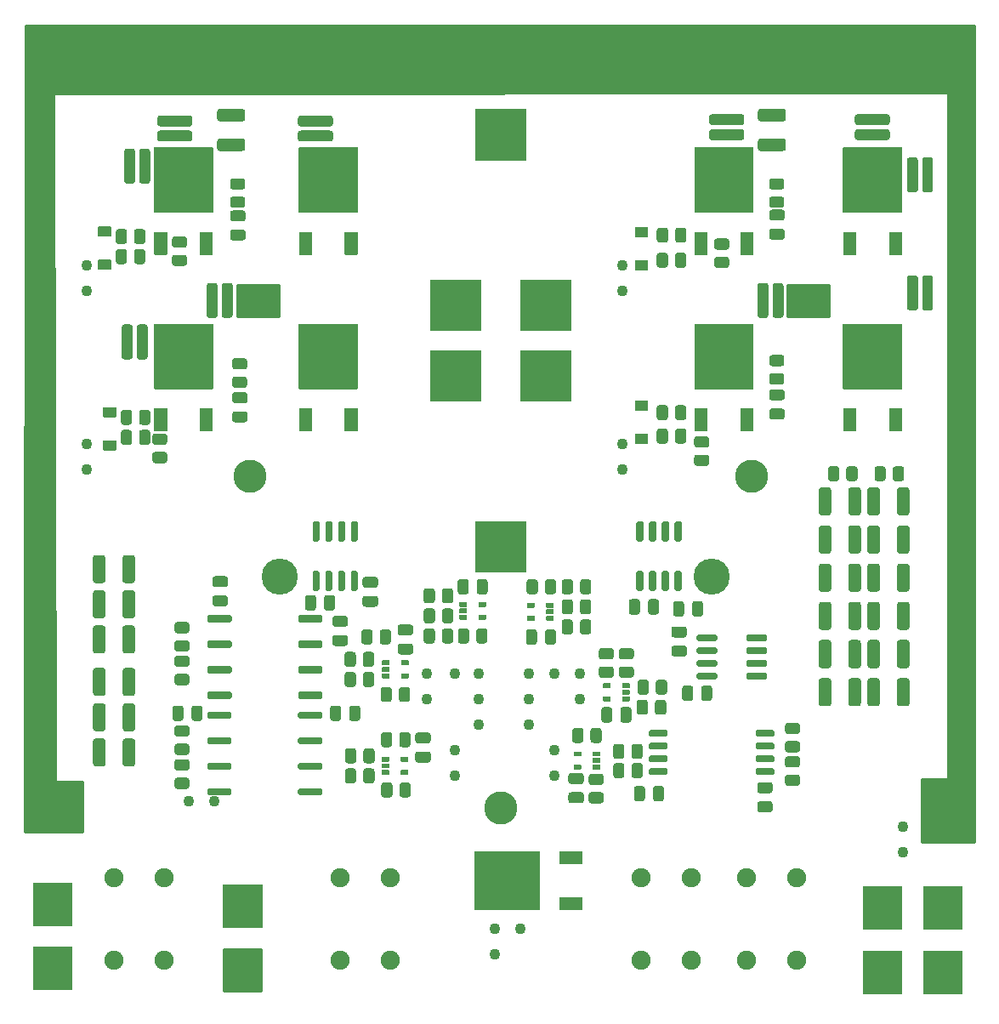
<source format=gts>
G04 #@! TF.GenerationSoftware,KiCad,Pcbnew,5.1.7-a382d34a8~88~ubuntu20.04.1*
G04 #@! TF.CreationDate,2021-06-18T16:25:46+02:00*
G04 #@! TF.ProjectId,Power,506f7765-722e-46b6-9963-61645f706362,rev?*
G04 #@! TF.SameCoordinates,Original*
G04 #@! TF.FileFunction,Soldermask,Top*
G04 #@! TF.FilePolarity,Negative*
%FSLAX46Y46*%
G04 Gerber Fmt 4.6, Leading zero omitted, Abs format (unit mm)*
G04 Created by KiCad (PCBNEW 5.1.7-a382d34a8~88~ubuntu20.04.1) date 2021-06-18 16:25:46*
%MOMM*%
%LPD*%
G01*
G04 APERTURE LIST*
%ADD10C,1.100000*%
%ADD11C,3.300000*%
%ADD12C,3.100000*%
%ADD13C,1.903400*%
%ADD14C,3.600000*%
%ADD15C,0.254000*%
%ADD16C,0.150000*%
G04 APERTURE END LIST*
G04 #@! TO.C,U4*
G36*
G01*
X109480000Y-96400000D02*
X109830000Y-96400000D01*
G75*
G02*
X110005000Y-96575000I0J-175000D01*
G01*
X110005000Y-98275000D01*
G75*
G02*
X109830000Y-98450000I-175000J0D01*
G01*
X109480000Y-98450000D01*
G75*
G02*
X109305000Y-98275000I0J175000D01*
G01*
X109305000Y-96575000D01*
G75*
G02*
X109480000Y-96400000I175000J0D01*
G01*
G37*
G36*
G01*
X108210000Y-96400000D02*
X108560000Y-96400000D01*
G75*
G02*
X108735000Y-96575000I0J-175000D01*
G01*
X108735000Y-98275000D01*
G75*
G02*
X108560000Y-98450000I-175000J0D01*
G01*
X108210000Y-98450000D01*
G75*
G02*
X108035000Y-98275000I0J175000D01*
G01*
X108035000Y-96575000D01*
G75*
G02*
X108210000Y-96400000I175000J0D01*
G01*
G37*
G36*
G01*
X106940000Y-96400000D02*
X107290000Y-96400000D01*
G75*
G02*
X107465000Y-96575000I0J-175000D01*
G01*
X107465000Y-98275000D01*
G75*
G02*
X107290000Y-98450000I-175000J0D01*
G01*
X106940000Y-98450000D01*
G75*
G02*
X106765000Y-98275000I0J175000D01*
G01*
X106765000Y-96575000D01*
G75*
G02*
X106940000Y-96400000I175000J0D01*
G01*
G37*
G36*
G01*
X105670000Y-96400000D02*
X106020000Y-96400000D01*
G75*
G02*
X106195000Y-96575000I0J-175000D01*
G01*
X106195000Y-98275000D01*
G75*
G02*
X106020000Y-98450000I-175000J0D01*
G01*
X105670000Y-98450000D01*
G75*
G02*
X105495000Y-98275000I0J175000D01*
G01*
X105495000Y-96575000D01*
G75*
G02*
X105670000Y-96400000I175000J0D01*
G01*
G37*
G36*
G01*
X105670000Y-91450000D02*
X106020000Y-91450000D01*
G75*
G02*
X106195000Y-91625000I0J-175000D01*
G01*
X106195000Y-93325000D01*
G75*
G02*
X106020000Y-93500000I-175000J0D01*
G01*
X105670000Y-93500000D01*
G75*
G02*
X105495000Y-93325000I0J175000D01*
G01*
X105495000Y-91625000D01*
G75*
G02*
X105670000Y-91450000I175000J0D01*
G01*
G37*
G36*
G01*
X106940000Y-91450000D02*
X107290000Y-91450000D01*
G75*
G02*
X107465000Y-91625000I0J-175000D01*
G01*
X107465000Y-93325000D01*
G75*
G02*
X107290000Y-93500000I-175000J0D01*
G01*
X106940000Y-93500000D01*
G75*
G02*
X106765000Y-93325000I0J175000D01*
G01*
X106765000Y-91625000D01*
G75*
G02*
X106940000Y-91450000I175000J0D01*
G01*
G37*
G36*
G01*
X108210000Y-91450000D02*
X108560000Y-91450000D01*
G75*
G02*
X108735000Y-91625000I0J-175000D01*
G01*
X108735000Y-93325000D01*
G75*
G02*
X108560000Y-93500000I-175000J0D01*
G01*
X108210000Y-93500000D01*
G75*
G02*
X108035000Y-93325000I0J175000D01*
G01*
X108035000Y-91625000D01*
G75*
G02*
X108210000Y-91450000I175000J0D01*
G01*
G37*
G36*
G01*
X109480000Y-91450000D02*
X109830000Y-91450000D01*
G75*
G02*
X110005000Y-91625000I0J-175000D01*
G01*
X110005000Y-93325000D01*
G75*
G02*
X109830000Y-93500000I-175000J0D01*
G01*
X109480000Y-93500000D01*
G75*
G02*
X109305000Y-93325000I0J175000D01*
G01*
X109305000Y-91625000D01*
G75*
G02*
X109480000Y-91450000I175000J0D01*
G01*
G37*
G04 #@! TD*
G04 #@! TO.C,U1*
G36*
G01*
X77230000Y-96400000D02*
X77580000Y-96400000D01*
G75*
G02*
X77755000Y-96575000I0J-175000D01*
G01*
X77755000Y-98275000D01*
G75*
G02*
X77580000Y-98450000I-175000J0D01*
G01*
X77230000Y-98450000D01*
G75*
G02*
X77055000Y-98275000I0J175000D01*
G01*
X77055000Y-96575000D01*
G75*
G02*
X77230000Y-96400000I175000J0D01*
G01*
G37*
G36*
G01*
X75960000Y-96400000D02*
X76310000Y-96400000D01*
G75*
G02*
X76485000Y-96575000I0J-175000D01*
G01*
X76485000Y-98275000D01*
G75*
G02*
X76310000Y-98450000I-175000J0D01*
G01*
X75960000Y-98450000D01*
G75*
G02*
X75785000Y-98275000I0J175000D01*
G01*
X75785000Y-96575000D01*
G75*
G02*
X75960000Y-96400000I175000J0D01*
G01*
G37*
G36*
G01*
X74690000Y-96400000D02*
X75040000Y-96400000D01*
G75*
G02*
X75215000Y-96575000I0J-175000D01*
G01*
X75215000Y-98275000D01*
G75*
G02*
X75040000Y-98450000I-175000J0D01*
G01*
X74690000Y-98450000D01*
G75*
G02*
X74515000Y-98275000I0J175000D01*
G01*
X74515000Y-96575000D01*
G75*
G02*
X74690000Y-96400000I175000J0D01*
G01*
G37*
G36*
G01*
X73420000Y-96400000D02*
X73770000Y-96400000D01*
G75*
G02*
X73945000Y-96575000I0J-175000D01*
G01*
X73945000Y-98275000D01*
G75*
G02*
X73770000Y-98450000I-175000J0D01*
G01*
X73420000Y-98450000D01*
G75*
G02*
X73245000Y-98275000I0J175000D01*
G01*
X73245000Y-96575000D01*
G75*
G02*
X73420000Y-96400000I175000J0D01*
G01*
G37*
G36*
G01*
X73420000Y-91450000D02*
X73770000Y-91450000D01*
G75*
G02*
X73945000Y-91625000I0J-175000D01*
G01*
X73945000Y-93325000D01*
G75*
G02*
X73770000Y-93500000I-175000J0D01*
G01*
X73420000Y-93500000D01*
G75*
G02*
X73245000Y-93325000I0J175000D01*
G01*
X73245000Y-91625000D01*
G75*
G02*
X73420000Y-91450000I175000J0D01*
G01*
G37*
G36*
G01*
X74690000Y-91450000D02*
X75040000Y-91450000D01*
G75*
G02*
X75215000Y-91625000I0J-175000D01*
G01*
X75215000Y-93325000D01*
G75*
G02*
X75040000Y-93500000I-175000J0D01*
G01*
X74690000Y-93500000D01*
G75*
G02*
X74515000Y-93325000I0J175000D01*
G01*
X74515000Y-91625000D01*
G75*
G02*
X74690000Y-91450000I175000J0D01*
G01*
G37*
G36*
G01*
X75960000Y-91450000D02*
X76310000Y-91450000D01*
G75*
G02*
X76485000Y-91625000I0J-175000D01*
G01*
X76485000Y-93325000D01*
G75*
G02*
X76310000Y-93500000I-175000J0D01*
G01*
X75960000Y-93500000D01*
G75*
G02*
X75785000Y-93325000I0J175000D01*
G01*
X75785000Y-91625000D01*
G75*
G02*
X75960000Y-91450000I175000J0D01*
G01*
G37*
G36*
G01*
X77230000Y-91450000D02*
X77580000Y-91450000D01*
G75*
G02*
X77755000Y-91625000I0J-175000D01*
G01*
X77755000Y-93325000D01*
G75*
G02*
X77580000Y-93500000I-175000J0D01*
G01*
X77230000Y-93500000D01*
G75*
G02*
X77055000Y-93325000I0J175000D01*
G01*
X77055000Y-91625000D01*
G75*
G02*
X77230000Y-91450000I175000J0D01*
G01*
G37*
G04 #@! TD*
D10*
G04 #@! TO.C,J35*
X91440000Y-134620000D03*
G04 #@! TD*
G04 #@! TO.C,U7*
G36*
G01*
X62750000Y-110977500D02*
X62750000Y-110602500D01*
G75*
G02*
X62937500Y-110415000I187500J0D01*
G01*
X65012500Y-110415000D01*
G75*
G02*
X65200000Y-110602500I0J-187500D01*
G01*
X65200000Y-110977500D01*
G75*
G02*
X65012500Y-111165000I-187500J0D01*
G01*
X62937500Y-111165000D01*
G75*
G02*
X62750000Y-110977500I0J187500D01*
G01*
G37*
G36*
G01*
X62750000Y-113517500D02*
X62750000Y-113142500D01*
G75*
G02*
X62937500Y-112955000I187500J0D01*
G01*
X65012500Y-112955000D01*
G75*
G02*
X65200000Y-113142500I0J-187500D01*
G01*
X65200000Y-113517500D01*
G75*
G02*
X65012500Y-113705000I-187500J0D01*
G01*
X62937500Y-113705000D01*
G75*
G02*
X62750000Y-113517500I0J187500D01*
G01*
G37*
G36*
G01*
X62750000Y-116057500D02*
X62750000Y-115682500D01*
G75*
G02*
X62937500Y-115495000I187500J0D01*
G01*
X65012500Y-115495000D01*
G75*
G02*
X65200000Y-115682500I0J-187500D01*
G01*
X65200000Y-116057500D01*
G75*
G02*
X65012500Y-116245000I-187500J0D01*
G01*
X62937500Y-116245000D01*
G75*
G02*
X62750000Y-116057500I0J187500D01*
G01*
G37*
G36*
G01*
X62750000Y-118597500D02*
X62750000Y-118222500D01*
G75*
G02*
X62937500Y-118035000I187500J0D01*
G01*
X65012500Y-118035000D01*
G75*
G02*
X65200000Y-118222500I0J-187500D01*
G01*
X65200000Y-118597500D01*
G75*
G02*
X65012500Y-118785000I-187500J0D01*
G01*
X62937500Y-118785000D01*
G75*
G02*
X62750000Y-118597500I0J187500D01*
G01*
G37*
G36*
G01*
X71800000Y-118597500D02*
X71800000Y-118222500D01*
G75*
G02*
X71987500Y-118035000I187500J0D01*
G01*
X74062500Y-118035000D01*
G75*
G02*
X74250000Y-118222500I0J-187500D01*
G01*
X74250000Y-118597500D01*
G75*
G02*
X74062500Y-118785000I-187500J0D01*
G01*
X71987500Y-118785000D01*
G75*
G02*
X71800000Y-118597500I0J187500D01*
G01*
G37*
G36*
G01*
X71800000Y-116057500D02*
X71800000Y-115682500D01*
G75*
G02*
X71987500Y-115495000I187500J0D01*
G01*
X74062500Y-115495000D01*
G75*
G02*
X74250000Y-115682500I0J-187500D01*
G01*
X74250000Y-116057500D01*
G75*
G02*
X74062500Y-116245000I-187500J0D01*
G01*
X71987500Y-116245000D01*
G75*
G02*
X71800000Y-116057500I0J187500D01*
G01*
G37*
G36*
G01*
X71800000Y-113517500D02*
X71800000Y-113142500D01*
G75*
G02*
X71987500Y-112955000I187500J0D01*
G01*
X74062500Y-112955000D01*
G75*
G02*
X74250000Y-113142500I0J-187500D01*
G01*
X74250000Y-113517500D01*
G75*
G02*
X74062500Y-113705000I-187500J0D01*
G01*
X71987500Y-113705000D01*
G75*
G02*
X71800000Y-113517500I0J187500D01*
G01*
G37*
G36*
G01*
X71800000Y-110977500D02*
X71800000Y-110602500D01*
G75*
G02*
X71987500Y-110415000I187500J0D01*
G01*
X74062500Y-110415000D01*
G75*
G02*
X74250000Y-110602500I0J-187500D01*
G01*
X74250000Y-110977500D01*
G75*
G02*
X74062500Y-111165000I-187500J0D01*
G01*
X71987500Y-111165000D01*
G75*
G02*
X71800000Y-110977500I0J187500D01*
G01*
G37*
G04 #@! TD*
G04 #@! TO.C,U6*
G36*
G01*
X62755001Y-101377500D02*
X62755001Y-101002500D01*
G75*
G02*
X62942501Y-100815000I187500J0D01*
G01*
X65017501Y-100815000D01*
G75*
G02*
X65205001Y-101002500I0J-187500D01*
G01*
X65205001Y-101377500D01*
G75*
G02*
X65017501Y-101565000I-187500J0D01*
G01*
X62942501Y-101565000D01*
G75*
G02*
X62755001Y-101377500I0J187500D01*
G01*
G37*
G36*
G01*
X62755001Y-103917500D02*
X62755001Y-103542500D01*
G75*
G02*
X62942501Y-103355000I187500J0D01*
G01*
X65017501Y-103355000D01*
G75*
G02*
X65205001Y-103542500I0J-187500D01*
G01*
X65205001Y-103917500D01*
G75*
G02*
X65017501Y-104105000I-187500J0D01*
G01*
X62942501Y-104105000D01*
G75*
G02*
X62755001Y-103917500I0J187500D01*
G01*
G37*
G36*
G01*
X62755001Y-106457500D02*
X62755001Y-106082500D01*
G75*
G02*
X62942501Y-105895000I187500J0D01*
G01*
X65017501Y-105895000D01*
G75*
G02*
X65205001Y-106082500I0J-187500D01*
G01*
X65205001Y-106457500D01*
G75*
G02*
X65017501Y-106645000I-187500J0D01*
G01*
X62942501Y-106645000D01*
G75*
G02*
X62755001Y-106457500I0J187500D01*
G01*
G37*
G36*
G01*
X62755001Y-108997500D02*
X62755001Y-108622500D01*
G75*
G02*
X62942501Y-108435000I187500J0D01*
G01*
X65017501Y-108435000D01*
G75*
G02*
X65205001Y-108622500I0J-187500D01*
G01*
X65205001Y-108997500D01*
G75*
G02*
X65017501Y-109185000I-187500J0D01*
G01*
X62942501Y-109185000D01*
G75*
G02*
X62755001Y-108997500I0J187500D01*
G01*
G37*
G36*
G01*
X71805001Y-108997500D02*
X71805001Y-108622500D01*
G75*
G02*
X71992501Y-108435000I187500J0D01*
G01*
X74067501Y-108435000D01*
G75*
G02*
X74255001Y-108622500I0J-187500D01*
G01*
X74255001Y-108997500D01*
G75*
G02*
X74067501Y-109185000I-187500J0D01*
G01*
X71992501Y-109185000D01*
G75*
G02*
X71805001Y-108997500I0J187500D01*
G01*
G37*
G36*
G01*
X71805001Y-106457500D02*
X71805001Y-106082500D01*
G75*
G02*
X71992501Y-105895000I187500J0D01*
G01*
X74067501Y-105895000D01*
G75*
G02*
X74255001Y-106082500I0J-187500D01*
G01*
X74255001Y-106457500D01*
G75*
G02*
X74067501Y-106645000I-187500J0D01*
G01*
X71992501Y-106645000D01*
G75*
G02*
X71805001Y-106457500I0J187500D01*
G01*
G37*
G36*
G01*
X71805001Y-103917500D02*
X71805001Y-103542500D01*
G75*
G02*
X71992501Y-103355000I187500J0D01*
G01*
X74067501Y-103355000D01*
G75*
G02*
X74255001Y-103542500I0J-187500D01*
G01*
X74255001Y-103917500D01*
G75*
G02*
X74067501Y-104105000I-187500J0D01*
G01*
X71992501Y-104105000D01*
G75*
G02*
X71805001Y-103917500I0J187500D01*
G01*
G37*
G36*
G01*
X71805001Y-101377500D02*
X71805001Y-101002500D01*
G75*
G02*
X71992501Y-100815000I187500J0D01*
G01*
X74067501Y-100815000D01*
G75*
G02*
X74255001Y-101002500I0J-187500D01*
G01*
X74255001Y-101377500D01*
G75*
G02*
X74067501Y-101565000I-187500J0D01*
G01*
X71992501Y-101565000D01*
G75*
G02*
X71805001Y-101377500I0J187500D01*
G01*
G37*
G04 #@! TD*
G04 #@! TO.C,F4*
G36*
G01*
X137905000Y-132170000D02*
X134095000Y-132170000D01*
G75*
G02*
X134045000Y-132120000I0J50000D01*
G01*
X134045000Y-127880000D01*
G75*
G02*
X134095000Y-127830000I50000J0D01*
G01*
X137905000Y-127830000D01*
G75*
G02*
X137955000Y-127880000I0J-50000D01*
G01*
X137955000Y-132120000D01*
G75*
G02*
X137905000Y-132170000I-50000J0D01*
G01*
G37*
G36*
G01*
X137905000Y-138550000D02*
X134095000Y-138550000D01*
G75*
G02*
X134045000Y-138500000I0J50000D01*
G01*
X134045000Y-134260000D01*
G75*
G02*
X134095000Y-134210000I50000J0D01*
G01*
X137905000Y-134210000D01*
G75*
G02*
X137955000Y-134260000I0J-50000D01*
G01*
X137955000Y-138500000D01*
G75*
G02*
X137905000Y-138550000I-50000J0D01*
G01*
G37*
G04 #@! TD*
G04 #@! TO.C,F3*
G36*
G01*
X64395000Y-134020000D02*
X68205000Y-134020000D01*
G75*
G02*
X68255000Y-134070000I0J-50000D01*
G01*
X68255000Y-138310000D01*
G75*
G02*
X68205000Y-138360000I-50000J0D01*
G01*
X64395000Y-138360000D01*
G75*
G02*
X64345000Y-138310000I0J50000D01*
G01*
X64345000Y-134070000D01*
G75*
G02*
X64395000Y-134020000I50000J0D01*
G01*
G37*
G36*
G01*
X64395000Y-127640000D02*
X68205000Y-127640000D01*
G75*
G02*
X68255000Y-127690000I0J-50000D01*
G01*
X68255000Y-131930000D01*
G75*
G02*
X68205000Y-131980000I-50000J0D01*
G01*
X64395000Y-131980000D01*
G75*
G02*
X64345000Y-131930000I0J50000D01*
G01*
X64345000Y-127690000D01*
G75*
G02*
X64395000Y-127640000I50000J0D01*
G01*
G37*
G04 #@! TD*
G04 #@! TO.C,F2*
G36*
G01*
X45495000Y-133830000D02*
X49305000Y-133830000D01*
G75*
G02*
X49355000Y-133880000I0J-50000D01*
G01*
X49355000Y-138120000D01*
G75*
G02*
X49305000Y-138170000I-50000J0D01*
G01*
X45495000Y-138170000D01*
G75*
G02*
X45445000Y-138120000I0J50000D01*
G01*
X45445000Y-133880000D01*
G75*
G02*
X45495000Y-133830000I50000J0D01*
G01*
G37*
G36*
G01*
X45495000Y-127450000D02*
X49305000Y-127450000D01*
G75*
G02*
X49355000Y-127500000I0J-50000D01*
G01*
X49355000Y-131740000D01*
G75*
G02*
X49305000Y-131790000I-50000J0D01*
G01*
X45495000Y-131790000D01*
G75*
G02*
X45445000Y-131740000I0J50000D01*
G01*
X45445000Y-127500000D01*
G75*
G02*
X45495000Y-127450000I50000J0D01*
G01*
G37*
G04 #@! TD*
G04 #@! TO.C,F1*
G36*
G01*
X131905000Y-132170000D02*
X128095000Y-132170000D01*
G75*
G02*
X128045000Y-132120000I0J50000D01*
G01*
X128045000Y-127880000D01*
G75*
G02*
X128095000Y-127830000I50000J0D01*
G01*
X131905000Y-127830000D01*
G75*
G02*
X131955000Y-127880000I0J-50000D01*
G01*
X131955000Y-132120000D01*
G75*
G02*
X131905000Y-132170000I-50000J0D01*
G01*
G37*
G36*
G01*
X131905000Y-138550000D02*
X128095000Y-138550000D01*
G75*
G02*
X128045000Y-138500000I0J50000D01*
G01*
X128045000Y-134260000D01*
G75*
G02*
X128095000Y-134210000I50000J0D01*
G01*
X131905000Y-134210000D01*
G75*
G02*
X131955000Y-134260000I0J-50000D01*
G01*
X131955000Y-138500000D01*
G75*
G02*
X131905000Y-138550000I-50000J0D01*
G01*
G37*
G04 #@! TD*
D11*
G04 #@! TO.C,H1*
X67000000Y-87000000D03*
X47000000Y-120000000D03*
X136450000Y-45700000D03*
X117000000Y-87000000D03*
X92000000Y-120000000D03*
D12*
X137000000Y-120000000D03*
X47550000Y-45700000D03*
G04 #@! TD*
D10*
G04 #@! TO.C,J34*
X63500000Y-119380000D03*
G04 #@! TD*
G04 #@! TO.C,J3*
X60960000Y-119380000D03*
G04 #@! TD*
G04 #@! TO.C,J33*
X132080000Y-121920000D03*
G04 #@! TD*
G04 #@! TO.C,J30*
X132080000Y-124460000D03*
G04 #@! TD*
G04 #@! TO.C,J27*
X89800000Y-109220000D03*
G04 #@! TD*
G04 #@! TO.C,J15*
X89800000Y-106680000D03*
G04 #@! TD*
G04 #@! TO.C,J32*
X89800000Y-111760000D03*
G04 #@! TD*
G04 #@! TO.C,U5*
G36*
G01*
X108625000Y-116230000D02*
X108625000Y-116580000D01*
G75*
G02*
X108450000Y-116755000I-175000J0D01*
G01*
X106900000Y-116755000D01*
G75*
G02*
X106725000Y-116580000I0J175000D01*
G01*
X106725000Y-116230000D01*
G75*
G02*
X106900000Y-116055000I175000J0D01*
G01*
X108450000Y-116055000D01*
G75*
G02*
X108625000Y-116230000I0J-175000D01*
G01*
G37*
G36*
G01*
X108625000Y-114960000D02*
X108625000Y-115310000D01*
G75*
G02*
X108450000Y-115485000I-175000J0D01*
G01*
X106900000Y-115485000D01*
G75*
G02*
X106725000Y-115310000I0J175000D01*
G01*
X106725000Y-114960000D01*
G75*
G02*
X106900000Y-114785000I175000J0D01*
G01*
X108450000Y-114785000D01*
G75*
G02*
X108625000Y-114960000I0J-175000D01*
G01*
G37*
G36*
G01*
X108625000Y-113690000D02*
X108625000Y-114040000D01*
G75*
G02*
X108450000Y-114215000I-175000J0D01*
G01*
X106900000Y-114215000D01*
G75*
G02*
X106725000Y-114040000I0J175000D01*
G01*
X106725000Y-113690000D01*
G75*
G02*
X106900000Y-113515000I175000J0D01*
G01*
X108450000Y-113515000D01*
G75*
G02*
X108625000Y-113690000I0J-175000D01*
G01*
G37*
G36*
G01*
X108625000Y-112420000D02*
X108625000Y-112770000D01*
G75*
G02*
X108450000Y-112945000I-175000J0D01*
G01*
X106900000Y-112945000D01*
G75*
G02*
X106725000Y-112770000I0J175000D01*
G01*
X106725000Y-112420000D01*
G75*
G02*
X106900000Y-112245000I175000J0D01*
G01*
X108450000Y-112245000D01*
G75*
G02*
X108625000Y-112420000I0J-175000D01*
G01*
G37*
G36*
G01*
X119275000Y-112420000D02*
X119275000Y-112770000D01*
G75*
G02*
X119100000Y-112945000I-175000J0D01*
G01*
X117550000Y-112945000D01*
G75*
G02*
X117375000Y-112770000I0J175000D01*
G01*
X117375000Y-112420000D01*
G75*
G02*
X117550000Y-112245000I175000J0D01*
G01*
X119100000Y-112245000D01*
G75*
G02*
X119275000Y-112420000I0J-175000D01*
G01*
G37*
G36*
G01*
X119275000Y-113690000D02*
X119275000Y-114040000D01*
G75*
G02*
X119100000Y-114215000I-175000J0D01*
G01*
X117550000Y-114215000D01*
G75*
G02*
X117375000Y-114040000I0J175000D01*
G01*
X117375000Y-113690000D01*
G75*
G02*
X117550000Y-113515000I175000J0D01*
G01*
X119100000Y-113515000D01*
G75*
G02*
X119275000Y-113690000I0J-175000D01*
G01*
G37*
G36*
G01*
X119275000Y-114960000D02*
X119275000Y-115310000D01*
G75*
G02*
X119100000Y-115485000I-175000J0D01*
G01*
X117550000Y-115485000D01*
G75*
G02*
X117375000Y-115310000I0J175000D01*
G01*
X117375000Y-114960000D01*
G75*
G02*
X117550000Y-114785000I175000J0D01*
G01*
X119100000Y-114785000D01*
G75*
G02*
X119275000Y-114960000I0J-175000D01*
G01*
G37*
G36*
G01*
X119275000Y-116230000D02*
X119275000Y-116580000D01*
G75*
G02*
X119100000Y-116755000I-175000J0D01*
G01*
X117550000Y-116755000D01*
G75*
G02*
X117375000Y-116580000I0J175000D01*
G01*
X117375000Y-116230000D01*
G75*
G02*
X117550000Y-116055000I175000J0D01*
G01*
X119100000Y-116055000D01*
G75*
G02*
X119275000Y-116230000I0J-175000D01*
G01*
G37*
G04 #@! TD*
G04 #@! TO.C,J31*
X104140000Y-86360000D03*
G04 #@! TD*
G04 #@! TO.C,J29*
X94780000Y-109220000D03*
G04 #@! TD*
G04 #@! TO.C,J28*
X94780000Y-111760000D03*
G04 #@! TD*
G04 #@! TO.C,J26*
X91440000Y-132080000D03*
G04 #@! TD*
G04 #@! TO.C,J25*
X93980000Y-132080000D03*
G04 #@! TD*
G04 #@! TO.C,J24*
X50800000Y-86360000D03*
G04 #@! TD*
G04 #@! TO.C,J23*
X50800000Y-83820000D03*
G04 #@! TD*
G04 #@! TO.C,J22*
X50800000Y-68580000D03*
G04 #@! TD*
G04 #@! TO.C,J21*
X50800000Y-66040000D03*
G04 #@! TD*
G04 #@! TO.C,J20*
X99860000Y-109220000D03*
G04 #@! TD*
G04 #@! TO.C,J19*
X97320000Y-106680000D03*
G04 #@! TD*
G04 #@! TO.C,J18*
X87400000Y-106680000D03*
G04 #@! TD*
G04 #@! TO.C,J17*
X99860000Y-106680000D03*
G04 #@! TD*
G04 #@! TO.C,J16*
X94780000Y-106680000D03*
G04 #@! TD*
G04 #@! TO.C,J14*
X97320000Y-116840000D03*
G04 #@! TD*
G04 #@! TO.C,J13*
X84620000Y-109220000D03*
G04 #@! TD*
G04 #@! TO.C,J12*
X87400000Y-116840000D03*
G04 #@! TD*
G04 #@! TO.C,J11*
X97320000Y-114300000D03*
G04 #@! TD*
G04 #@! TO.C,J10*
X84620000Y-106680000D03*
G04 #@! TD*
G04 #@! TO.C,J9*
X87400000Y-114300000D03*
G04 #@! TD*
G04 #@! TO.C,J8*
X104140000Y-68580000D03*
G04 #@! TD*
G04 #@! TO.C,J7*
X104140000Y-83820000D03*
G04 #@! TD*
G04 #@! TO.C,J6*
X104140000Y-66040000D03*
G04 #@! TD*
G04 #@! TO.C,L1*
G36*
G01*
X84950000Y-72500000D02*
X84950000Y-67500000D01*
G75*
G02*
X85000000Y-67450000I50000J0D01*
G01*
X90000000Y-67450000D01*
G75*
G02*
X90050000Y-67500000I0J-50000D01*
G01*
X90050000Y-72500000D01*
G75*
G02*
X90000000Y-72550000I-50000J0D01*
G01*
X85000000Y-72550000D01*
G75*
G02*
X84950000Y-72500000I0J50000D01*
G01*
G37*
G36*
G01*
X93950000Y-72500000D02*
X93950000Y-67500000D01*
G75*
G02*
X94000000Y-67450000I50000J0D01*
G01*
X99000000Y-67450000D01*
G75*
G02*
X99050000Y-67500000I0J-50000D01*
G01*
X99050000Y-72500000D01*
G75*
G02*
X99000000Y-72550000I-50000J0D01*
G01*
X94000000Y-72550000D01*
G75*
G02*
X93950000Y-72500000I0J50000D01*
G01*
G37*
G36*
G01*
X89450000Y-55500000D02*
X89450000Y-50500000D01*
G75*
G02*
X89500000Y-50450000I50000J0D01*
G01*
X94500000Y-50450000D01*
G75*
G02*
X94550000Y-50500000I0J-50000D01*
G01*
X94550000Y-55500000D01*
G75*
G02*
X94500000Y-55550000I-50000J0D01*
G01*
X89500000Y-55550000D01*
G75*
G02*
X89450000Y-55500000I0J50000D01*
G01*
G37*
G04 #@! TD*
G04 #@! TO.C,L2*
G36*
G01*
X99050000Y-74500000D02*
X99050000Y-79500000D01*
G75*
G02*
X99000000Y-79550000I-50000J0D01*
G01*
X94000000Y-79550000D01*
G75*
G02*
X93950000Y-79500000I0J50000D01*
G01*
X93950000Y-74500000D01*
G75*
G02*
X94000000Y-74450000I50000J0D01*
G01*
X99000000Y-74450000D01*
G75*
G02*
X99050000Y-74500000I0J-50000D01*
G01*
G37*
G36*
G01*
X90050000Y-74500000D02*
X90050000Y-79500000D01*
G75*
G02*
X90000000Y-79550000I-50000J0D01*
G01*
X85000000Y-79550000D01*
G75*
G02*
X84950000Y-79500000I0J50000D01*
G01*
X84950000Y-74500000D01*
G75*
G02*
X85000000Y-74450000I50000J0D01*
G01*
X90000000Y-74450000D01*
G75*
G02*
X90050000Y-74500000I0J-50000D01*
G01*
G37*
G36*
G01*
X94550000Y-91500000D02*
X94550000Y-96500000D01*
G75*
G02*
X94500000Y-96550000I-50000J0D01*
G01*
X89500000Y-96550000D01*
G75*
G02*
X89450000Y-96500000I0J50000D01*
G01*
X89450000Y-91500000D01*
G75*
G02*
X89500000Y-91450000I50000J0D01*
G01*
X94500000Y-91450000D01*
G75*
G02*
X94550000Y-91500000I0J-50000D01*
G01*
G37*
G04 #@! TD*
D13*
G04 #@! TO.C,J1*
X58500000Y-135199999D03*
X53500000Y-135199999D03*
X58500000Y-127000000D03*
X53500000Y-127000000D03*
G04 #@! TD*
G04 #@! TO.C,J2*
X81000000Y-135199999D03*
X76000000Y-135199999D03*
X81000000Y-127000000D03*
X76000000Y-127000000D03*
G04 #@! TD*
G04 #@! TO.C,J4*
X121500000Y-135199999D03*
X116500000Y-135199999D03*
X121500000Y-127000000D03*
X116500000Y-127000000D03*
G04 #@! TD*
G04 #@! TO.C,J5*
X111000000Y-135199999D03*
X106000000Y-135199999D03*
X111000000Y-127000000D03*
X106000000Y-127000000D03*
G04 #@! TD*
D14*
G04 #@! TO.C,H4*
X70000000Y-97000000D03*
G04 #@! TD*
G04 #@! TO.C,H3*
X113000000Y-97000000D03*
G04 #@! TD*
G04 #@! TO.C,JP10*
G36*
G01*
X119050000Y-70975000D02*
X119050000Y-68025000D01*
G75*
G02*
X119325000Y-67750000I275000J0D01*
G01*
X119875000Y-67750000D01*
G75*
G02*
X120150000Y-68025000I0J-275000D01*
G01*
X120150000Y-70975000D01*
G75*
G02*
X119875000Y-71250000I-275000J0D01*
G01*
X119325000Y-71250000D01*
G75*
G02*
X119050000Y-70975000I0J275000D01*
G01*
G37*
G36*
G01*
X117550000Y-70975000D02*
X117550000Y-68025000D01*
G75*
G02*
X117825000Y-67750000I275000J0D01*
G01*
X118375000Y-67750000D01*
G75*
G02*
X118650000Y-68025000I0J-275000D01*
G01*
X118650000Y-70975000D01*
G75*
G02*
X118375000Y-71250000I-275000J0D01*
G01*
X117825000Y-71250000D01*
G75*
G02*
X117550000Y-70975000I0J275000D01*
G01*
G37*
G04 #@! TD*
G04 #@! TO.C,JP9*
G36*
G01*
X64200000Y-70975000D02*
X64200000Y-68025000D01*
G75*
G02*
X64475000Y-67750000I275000J0D01*
G01*
X65025000Y-67750000D01*
G75*
G02*
X65300000Y-68025000I0J-275000D01*
G01*
X65300000Y-70975000D01*
G75*
G02*
X65025000Y-71250000I-275000J0D01*
G01*
X64475000Y-71250000D01*
G75*
G02*
X64200000Y-70975000I0J275000D01*
G01*
G37*
G36*
G01*
X62700000Y-70975000D02*
X62700000Y-68025000D01*
G75*
G02*
X62975000Y-67750000I275000J0D01*
G01*
X63525000Y-67750000D01*
G75*
G02*
X63800000Y-68025000I0J-275000D01*
G01*
X63800000Y-70975000D01*
G75*
G02*
X63525000Y-71250000I-275000J0D01*
G01*
X62975000Y-71250000D01*
G75*
G02*
X62700000Y-70975000I0J275000D01*
G01*
G37*
G04 #@! TD*
G04 #@! TO.C,JP8*
G36*
G01*
X133950000Y-58475000D02*
X133950000Y-55525000D01*
G75*
G02*
X134225000Y-55250000I275000J0D01*
G01*
X134775000Y-55250000D01*
G75*
G02*
X135050000Y-55525000I0J-275000D01*
G01*
X135050000Y-58475000D01*
G75*
G02*
X134775000Y-58750000I-275000J0D01*
G01*
X134225000Y-58750000D01*
G75*
G02*
X133950000Y-58475000I0J275000D01*
G01*
G37*
G36*
G01*
X132450000Y-58475000D02*
X132450000Y-55525000D01*
G75*
G02*
X132725000Y-55250000I275000J0D01*
G01*
X133275000Y-55250000D01*
G75*
G02*
X133550000Y-55525000I0J-275000D01*
G01*
X133550000Y-58475000D01*
G75*
G02*
X133275000Y-58750000I-275000J0D01*
G01*
X132725000Y-58750000D01*
G75*
G02*
X132450000Y-58475000I0J275000D01*
G01*
G37*
G04 #@! TD*
G04 #@! TO.C,JP7*
G36*
G01*
X130475000Y-52050000D02*
X127525000Y-52050000D01*
G75*
G02*
X127250000Y-51775000I0J275000D01*
G01*
X127250000Y-51225000D01*
G75*
G02*
X127525000Y-50950000I275000J0D01*
G01*
X130475000Y-50950000D01*
G75*
G02*
X130750000Y-51225000I0J-275000D01*
G01*
X130750000Y-51775000D01*
G75*
G02*
X130475000Y-52050000I-275000J0D01*
G01*
G37*
G36*
G01*
X130475000Y-53550000D02*
X127525000Y-53550000D01*
G75*
G02*
X127250000Y-53275000I0J275000D01*
G01*
X127250000Y-52725000D01*
G75*
G02*
X127525000Y-52450000I275000J0D01*
G01*
X130475000Y-52450000D01*
G75*
G02*
X130750000Y-52725000I0J-275000D01*
G01*
X130750000Y-53275000D01*
G75*
G02*
X130475000Y-53550000I-275000J0D01*
G01*
G37*
G04 #@! TD*
G04 #@! TO.C,C38*
G36*
G01*
X99000000Y-118450000D02*
X100000000Y-118450000D01*
G75*
G02*
X100275000Y-118725000I0J-275000D01*
G01*
X100275000Y-119275000D01*
G75*
G02*
X100000000Y-119550000I-275000J0D01*
G01*
X99000000Y-119550000D01*
G75*
G02*
X98725000Y-119275000I0J275000D01*
G01*
X98725000Y-118725000D01*
G75*
G02*
X99000000Y-118450000I275000J0D01*
G01*
G37*
G36*
G01*
X99000000Y-116550000D02*
X100000000Y-116550000D01*
G75*
G02*
X100275000Y-116825000I0J-275000D01*
G01*
X100275000Y-117375000D01*
G75*
G02*
X100000000Y-117650000I-275000J0D01*
G01*
X99000000Y-117650000D01*
G75*
G02*
X98725000Y-117375000I0J275000D01*
G01*
X98725000Y-116825000D01*
G75*
G02*
X99000000Y-116550000I275000J0D01*
G01*
G37*
G04 #@! TD*
G04 #@! TO.C,C34*
G36*
G01*
X83000000Y-102850000D02*
X82000000Y-102850000D01*
G75*
G02*
X81725000Y-102575000I0J275000D01*
G01*
X81725000Y-102025000D01*
G75*
G02*
X82000000Y-101750000I275000J0D01*
G01*
X83000000Y-101750000D01*
G75*
G02*
X83275000Y-102025000I0J-275000D01*
G01*
X83275000Y-102575000D01*
G75*
G02*
X83000000Y-102850000I-275000J0D01*
G01*
G37*
G36*
G01*
X83000000Y-104750000D02*
X82000000Y-104750000D01*
G75*
G02*
X81725000Y-104475000I0J275000D01*
G01*
X81725000Y-103925000D01*
G75*
G02*
X82000000Y-103650000I275000J0D01*
G01*
X83000000Y-103650000D01*
G75*
G02*
X83275000Y-103925000I0J-275000D01*
G01*
X83275000Y-104475000D01*
G75*
G02*
X83000000Y-104750000I-275000J0D01*
G01*
G37*
G04 #@! TD*
G04 #@! TO.C,C33*
G36*
G01*
X84750000Y-113600000D02*
X83750000Y-113600000D01*
G75*
G02*
X83475000Y-113325000I0J275000D01*
G01*
X83475000Y-112775000D01*
G75*
G02*
X83750000Y-112500000I275000J0D01*
G01*
X84750000Y-112500000D01*
G75*
G02*
X85025000Y-112775000I0J-275000D01*
G01*
X85025000Y-113325000D01*
G75*
G02*
X84750000Y-113600000I-275000J0D01*
G01*
G37*
G36*
G01*
X84750000Y-115500000D02*
X83750000Y-115500000D01*
G75*
G02*
X83475000Y-115225000I0J275000D01*
G01*
X83475000Y-114675000D01*
G75*
G02*
X83750000Y-114400000I275000J0D01*
G01*
X84750000Y-114400000D01*
G75*
G02*
X85025000Y-114675000I0J-275000D01*
G01*
X85025000Y-115225000D01*
G75*
G02*
X84750000Y-115500000I-275000J0D01*
G01*
G37*
G04 #@! TD*
G04 #@! TO.C,C32*
G36*
G01*
X103900000Y-111250000D02*
X103900000Y-110250000D01*
G75*
G02*
X104175000Y-109975000I275000J0D01*
G01*
X104725000Y-109975000D01*
G75*
G02*
X105000000Y-110250000I0J-275000D01*
G01*
X105000000Y-111250000D01*
G75*
G02*
X104725000Y-111525000I-275000J0D01*
G01*
X104175000Y-111525000D01*
G75*
G02*
X103900000Y-111250000I0J275000D01*
G01*
G37*
G36*
G01*
X102000000Y-111250000D02*
X102000000Y-110250000D01*
G75*
G02*
X102275000Y-109975000I275000J0D01*
G01*
X102825000Y-109975000D01*
G75*
G02*
X103100000Y-110250000I0J-275000D01*
G01*
X103100000Y-111250000D01*
G75*
G02*
X102825000Y-111525000I-275000J0D01*
G01*
X102275000Y-111525000D01*
G75*
G02*
X102000000Y-111250000I0J275000D01*
G01*
G37*
G04 #@! TD*
G04 #@! TO.C,C31*
G36*
G01*
X96400000Y-103500000D02*
X96400000Y-102500000D01*
G75*
G02*
X96675000Y-102225000I275000J0D01*
G01*
X97225000Y-102225000D01*
G75*
G02*
X97500000Y-102500000I0J-275000D01*
G01*
X97500000Y-103500000D01*
G75*
G02*
X97225000Y-103775000I-275000J0D01*
G01*
X96675000Y-103775000D01*
G75*
G02*
X96400000Y-103500000I0J275000D01*
G01*
G37*
G36*
G01*
X94500000Y-103500000D02*
X94500000Y-102500000D01*
G75*
G02*
X94775000Y-102225000I275000J0D01*
G01*
X95325000Y-102225000D01*
G75*
G02*
X95600000Y-102500000I0J-275000D01*
G01*
X95600000Y-103500000D01*
G75*
G02*
X95325000Y-103775000I-275000J0D01*
G01*
X94775000Y-103775000D01*
G75*
G02*
X94500000Y-103500000I0J275000D01*
G01*
G37*
G04 #@! TD*
G04 #@! TO.C,C30*
G36*
G01*
X88800000Y-97500000D02*
X88800000Y-98500000D01*
G75*
G02*
X88525000Y-98775000I-275000J0D01*
G01*
X87975000Y-98775000D01*
G75*
G02*
X87700000Y-98500000I0J275000D01*
G01*
X87700000Y-97500000D01*
G75*
G02*
X87975000Y-97225000I275000J0D01*
G01*
X88525000Y-97225000D01*
G75*
G02*
X88800000Y-97500000I0J-275000D01*
G01*
G37*
G36*
G01*
X90700000Y-97500000D02*
X90700000Y-98500000D01*
G75*
G02*
X90425000Y-98775000I-275000J0D01*
G01*
X89875000Y-98775000D01*
G75*
G02*
X89600000Y-98500000I0J275000D01*
G01*
X89600000Y-97500000D01*
G75*
G02*
X89875000Y-97225000I275000J0D01*
G01*
X90425000Y-97225000D01*
G75*
G02*
X90700000Y-97500000I0J-275000D01*
G01*
G37*
G04 #@! TD*
G04 #@! TO.C,Q3*
G36*
G01*
X95900000Y-124350000D02*
X95900000Y-130150000D01*
G75*
G02*
X95850000Y-130200000I-50000J0D01*
G01*
X89450000Y-130200000D01*
G75*
G02*
X89400000Y-130150000I0J50000D01*
G01*
X89400000Y-124350000D01*
G75*
G02*
X89450000Y-124300000I50000J0D01*
G01*
X95850000Y-124300000D01*
G75*
G02*
X95900000Y-124350000I0J-50000D01*
G01*
G37*
G36*
G01*
X100100000Y-124370000D02*
X100100000Y-125570000D01*
G75*
G02*
X100050000Y-125620000I-50000J0D01*
G01*
X97850000Y-125620000D01*
G75*
G02*
X97800000Y-125570000I0J50000D01*
G01*
X97800000Y-124370000D01*
G75*
G02*
X97850000Y-124320000I50000J0D01*
G01*
X100050000Y-124320000D01*
G75*
G02*
X100100000Y-124370000I0J-50000D01*
G01*
G37*
G36*
G01*
X100100000Y-128930000D02*
X100100000Y-130130000D01*
G75*
G02*
X100050000Y-130180000I-50000J0D01*
G01*
X97850000Y-130180000D01*
G75*
G02*
X97800000Y-130130000I0J50000D01*
G01*
X97800000Y-128930000D01*
G75*
G02*
X97850000Y-128880000I50000J0D01*
G01*
X100050000Y-128880000D01*
G75*
G02*
X100100000Y-128930000I0J-50000D01*
G01*
G37*
G04 #@! TD*
G04 #@! TO.C,U13*
G36*
G01*
X102925000Y-108950000D02*
X102925000Y-109350000D01*
G75*
G02*
X102875000Y-109400000I-50000J0D01*
G01*
X102225000Y-109400000D01*
G75*
G02*
X102175000Y-109350000I0J50000D01*
G01*
X102175000Y-108950000D01*
G75*
G02*
X102225000Y-108900000I50000J0D01*
G01*
X102875000Y-108900000D01*
G75*
G02*
X102925000Y-108950000I0J-50000D01*
G01*
G37*
G36*
G01*
X102925000Y-107650000D02*
X102925000Y-108050000D01*
G75*
G02*
X102875000Y-108100000I-50000J0D01*
G01*
X102225000Y-108100000D01*
G75*
G02*
X102175000Y-108050000I0J50000D01*
G01*
X102175000Y-107650000D01*
G75*
G02*
X102225000Y-107600000I50000J0D01*
G01*
X102875000Y-107600000D01*
G75*
G02*
X102925000Y-107650000I0J-50000D01*
G01*
G37*
G36*
G01*
X104825000Y-108300000D02*
X104825000Y-108700000D01*
G75*
G02*
X104775000Y-108750000I-50000J0D01*
G01*
X104125000Y-108750000D01*
G75*
G02*
X104075000Y-108700000I0J50000D01*
G01*
X104075000Y-108300000D01*
G75*
G02*
X104125000Y-108250000I50000J0D01*
G01*
X104775000Y-108250000D01*
G75*
G02*
X104825000Y-108300000I0J-50000D01*
G01*
G37*
G36*
G01*
X104825000Y-107650000D02*
X104825000Y-108050000D01*
G75*
G02*
X104775000Y-108100000I-50000J0D01*
G01*
X104125000Y-108100000D01*
G75*
G02*
X104075000Y-108050000I0J50000D01*
G01*
X104075000Y-107650000D01*
G75*
G02*
X104125000Y-107600000I50000J0D01*
G01*
X104775000Y-107600000D01*
G75*
G02*
X104825000Y-107650000I0J-50000D01*
G01*
G37*
G36*
G01*
X104825000Y-108950000D02*
X104825000Y-109350000D01*
G75*
G02*
X104775000Y-109400000I-50000J0D01*
G01*
X104125000Y-109400000D01*
G75*
G02*
X104075000Y-109350000I0J50000D01*
G01*
X104075000Y-108950000D01*
G75*
G02*
X104125000Y-108900000I50000J0D01*
G01*
X104775000Y-108900000D01*
G75*
G02*
X104825000Y-108950000I0J-50000D01*
G01*
G37*
G04 #@! TD*
G04 #@! TO.C,U3*
G36*
G01*
X113550000Y-106730000D02*
X113550000Y-107080000D01*
G75*
G02*
X113375000Y-107255000I-175000J0D01*
G01*
X111675000Y-107255000D01*
G75*
G02*
X111500000Y-107080000I0J175000D01*
G01*
X111500000Y-106730000D01*
G75*
G02*
X111675000Y-106555000I175000J0D01*
G01*
X113375000Y-106555000D01*
G75*
G02*
X113550000Y-106730000I0J-175000D01*
G01*
G37*
G36*
G01*
X113550000Y-105460000D02*
X113550000Y-105810000D01*
G75*
G02*
X113375000Y-105985000I-175000J0D01*
G01*
X111675000Y-105985000D01*
G75*
G02*
X111500000Y-105810000I0J175000D01*
G01*
X111500000Y-105460000D01*
G75*
G02*
X111675000Y-105285000I175000J0D01*
G01*
X113375000Y-105285000D01*
G75*
G02*
X113550000Y-105460000I0J-175000D01*
G01*
G37*
G36*
G01*
X113550000Y-104190000D02*
X113550000Y-104540000D01*
G75*
G02*
X113375000Y-104715000I-175000J0D01*
G01*
X111675000Y-104715000D01*
G75*
G02*
X111500000Y-104540000I0J175000D01*
G01*
X111500000Y-104190000D01*
G75*
G02*
X111675000Y-104015000I175000J0D01*
G01*
X113375000Y-104015000D01*
G75*
G02*
X113550000Y-104190000I0J-175000D01*
G01*
G37*
G36*
G01*
X113550000Y-102920000D02*
X113550000Y-103270000D01*
G75*
G02*
X113375000Y-103445000I-175000J0D01*
G01*
X111675000Y-103445000D01*
G75*
G02*
X111500000Y-103270000I0J175000D01*
G01*
X111500000Y-102920000D01*
G75*
G02*
X111675000Y-102745000I175000J0D01*
G01*
X113375000Y-102745000D01*
G75*
G02*
X113550000Y-102920000I0J-175000D01*
G01*
G37*
G36*
G01*
X118500000Y-102920000D02*
X118500000Y-103270000D01*
G75*
G02*
X118325000Y-103445000I-175000J0D01*
G01*
X116625000Y-103445000D01*
G75*
G02*
X116450000Y-103270000I0J175000D01*
G01*
X116450000Y-102920000D01*
G75*
G02*
X116625000Y-102745000I175000J0D01*
G01*
X118325000Y-102745000D01*
G75*
G02*
X118500000Y-102920000I0J-175000D01*
G01*
G37*
G36*
G01*
X118500000Y-104190000D02*
X118500000Y-104540000D01*
G75*
G02*
X118325000Y-104715000I-175000J0D01*
G01*
X116625000Y-104715000D01*
G75*
G02*
X116450000Y-104540000I0J175000D01*
G01*
X116450000Y-104190000D01*
G75*
G02*
X116625000Y-104015000I175000J0D01*
G01*
X118325000Y-104015000D01*
G75*
G02*
X118500000Y-104190000I0J-175000D01*
G01*
G37*
G36*
G01*
X118500000Y-105460000D02*
X118500000Y-105810000D01*
G75*
G02*
X118325000Y-105985000I-175000J0D01*
G01*
X116625000Y-105985000D01*
G75*
G02*
X116450000Y-105810000I0J175000D01*
G01*
X116450000Y-105460000D01*
G75*
G02*
X116625000Y-105285000I175000J0D01*
G01*
X118325000Y-105285000D01*
G75*
G02*
X118500000Y-105460000I0J-175000D01*
G01*
G37*
G36*
G01*
X118500000Y-106730000D02*
X118500000Y-107080000D01*
G75*
G02*
X118325000Y-107255000I-175000J0D01*
G01*
X116625000Y-107255000D01*
G75*
G02*
X116450000Y-107080000I0J175000D01*
G01*
X116450000Y-106730000D01*
G75*
G02*
X116625000Y-106555000I175000J0D01*
G01*
X118325000Y-106555000D01*
G75*
G02*
X118500000Y-106730000I0J-175000D01*
G01*
G37*
G04 #@! TD*
G04 #@! TO.C,R30*
G36*
G01*
X102975611Y-105237500D02*
X102024389Y-105237500D01*
G75*
G02*
X101750000Y-104963111I0J274389D01*
G01*
X101750000Y-104386889D01*
G75*
G02*
X102024389Y-104112500I274389J0D01*
G01*
X102975611Y-104112500D01*
G75*
G02*
X103250000Y-104386889I0J-274389D01*
G01*
X103250000Y-104963111D01*
G75*
G02*
X102975611Y-105237500I-274389J0D01*
G01*
G37*
G36*
G01*
X102975611Y-107062500D02*
X102024389Y-107062500D01*
G75*
G02*
X101750000Y-106788111I0J274389D01*
G01*
X101750000Y-106211889D01*
G75*
G02*
X102024389Y-105937500I274389J0D01*
G01*
X102975611Y-105937500D01*
G75*
G02*
X103250000Y-106211889I0J-274389D01*
G01*
X103250000Y-106788111D01*
G75*
G02*
X102975611Y-107062500I-274389J0D01*
G01*
G37*
G04 #@! TD*
G04 #@! TO.C,R25*
G36*
G01*
X107350000Y-110475611D02*
X107350000Y-109524389D01*
G75*
G02*
X107624389Y-109250000I274389J0D01*
G01*
X108200611Y-109250000D01*
G75*
G02*
X108475000Y-109524389I0J-274389D01*
G01*
X108475000Y-110475611D01*
G75*
G02*
X108200611Y-110750000I-274389J0D01*
G01*
X107624389Y-110750000D01*
G75*
G02*
X107350000Y-110475611I0J274389D01*
G01*
G37*
G36*
G01*
X105525000Y-110475611D02*
X105525000Y-109524389D01*
G75*
G02*
X105799389Y-109250000I274389J0D01*
G01*
X106375611Y-109250000D01*
G75*
G02*
X106650000Y-109524389I0J-274389D01*
G01*
X106650000Y-110475611D01*
G75*
G02*
X106375611Y-110750000I-274389J0D01*
G01*
X105799389Y-110750000D01*
G75*
G02*
X105525000Y-110475611I0J274389D01*
G01*
G37*
G04 #@! TD*
G04 #@! TO.C,R22*
G36*
G01*
X104024389Y-105937500D02*
X104975611Y-105937500D01*
G75*
G02*
X105250000Y-106211889I0J-274389D01*
G01*
X105250000Y-106788111D01*
G75*
G02*
X104975611Y-107062500I-274389J0D01*
G01*
X104024389Y-107062500D01*
G75*
G02*
X103750000Y-106788111I0J274389D01*
G01*
X103750000Y-106211889D01*
G75*
G02*
X104024389Y-105937500I274389J0D01*
G01*
G37*
G36*
G01*
X104024389Y-104112500D02*
X104975611Y-104112500D01*
G75*
G02*
X105250000Y-104386889I0J-274389D01*
G01*
X105250000Y-104963111D01*
G75*
G02*
X104975611Y-105237500I-274389J0D01*
G01*
X104024389Y-105237500D01*
G75*
G02*
X103750000Y-104963111I0J274389D01*
G01*
X103750000Y-104386889D01*
G75*
G02*
X104024389Y-104112500I274389J0D01*
G01*
G37*
G04 #@! TD*
G04 #@! TO.C,R21*
G36*
G01*
X106737500Y-107524389D02*
X106737500Y-108475611D01*
G75*
G02*
X106463111Y-108750000I-274389J0D01*
G01*
X105886889Y-108750000D01*
G75*
G02*
X105612500Y-108475611I0J274389D01*
G01*
X105612500Y-107524389D01*
G75*
G02*
X105886889Y-107250000I274389J0D01*
G01*
X106463111Y-107250000D01*
G75*
G02*
X106737500Y-107524389I0J-274389D01*
G01*
G37*
G36*
G01*
X108562500Y-107524389D02*
X108562500Y-108475611D01*
G75*
G02*
X108288111Y-108750000I-274389J0D01*
G01*
X107711889Y-108750000D01*
G75*
G02*
X107437500Y-108475611I0J274389D01*
G01*
X107437500Y-107524389D01*
G75*
G02*
X107711889Y-107250000I274389J0D01*
G01*
X108288111Y-107250000D01*
G75*
G02*
X108562500Y-107524389I0J-274389D01*
G01*
G37*
G04 #@! TD*
G04 #@! TO.C,C5*
G36*
G01*
X109250000Y-103850000D02*
X110250000Y-103850000D01*
G75*
G02*
X110525000Y-104125000I0J-275000D01*
G01*
X110525000Y-104675000D01*
G75*
G02*
X110250000Y-104950000I-275000J0D01*
G01*
X109250000Y-104950000D01*
G75*
G02*
X108975000Y-104675000I0J275000D01*
G01*
X108975000Y-104125000D01*
G75*
G02*
X109250000Y-103850000I275000J0D01*
G01*
G37*
G36*
G01*
X109250000Y-101950000D02*
X110250000Y-101950000D01*
G75*
G02*
X110525000Y-102225000I0J-275000D01*
G01*
X110525000Y-102775000D01*
G75*
G02*
X110250000Y-103050000I-275000J0D01*
G01*
X109250000Y-103050000D01*
G75*
G02*
X108975000Y-102775000I0J275000D01*
G01*
X108975000Y-102225000D01*
G75*
G02*
X109250000Y-101950000I275000J0D01*
G01*
G37*
G04 #@! TD*
G04 #@! TO.C,C4*
G36*
G01*
X111950000Y-109100000D02*
X111950000Y-108100000D01*
G75*
G02*
X112225000Y-107825000I275000J0D01*
G01*
X112775000Y-107825000D01*
G75*
G02*
X113050000Y-108100000I0J-275000D01*
G01*
X113050000Y-109100000D01*
G75*
G02*
X112775000Y-109375000I-275000J0D01*
G01*
X112225000Y-109375000D01*
G75*
G02*
X111950000Y-109100000I0J275000D01*
G01*
G37*
G36*
G01*
X110050000Y-109100000D02*
X110050000Y-108100000D01*
G75*
G02*
X110325000Y-107825000I275000J0D01*
G01*
X110875000Y-107825000D01*
G75*
G02*
X111150000Y-108100000I0J-275000D01*
G01*
X111150000Y-109100000D01*
G75*
G02*
X110875000Y-109375000I-275000J0D01*
G01*
X110325000Y-109375000D01*
G75*
G02*
X110050000Y-109100000I0J275000D01*
G01*
G37*
G04 #@! TD*
G04 #@! TO.C,R27*
G36*
G01*
X85437500Y-98424389D02*
X85437500Y-99375611D01*
G75*
G02*
X85163111Y-99650000I-274389J0D01*
G01*
X84586889Y-99650000D01*
G75*
G02*
X84312500Y-99375611I0J274389D01*
G01*
X84312500Y-98424389D01*
G75*
G02*
X84586889Y-98150000I274389J0D01*
G01*
X85163111Y-98150000D01*
G75*
G02*
X85437500Y-98424389I0J-274389D01*
G01*
G37*
G36*
G01*
X87262500Y-98424389D02*
X87262500Y-99375611D01*
G75*
G02*
X86988111Y-99650000I-274389J0D01*
G01*
X86411889Y-99650000D01*
G75*
G02*
X86137500Y-99375611I0J274389D01*
G01*
X86137500Y-98424389D01*
G75*
G02*
X86411889Y-98150000I274389J0D01*
G01*
X86988111Y-98150000D01*
G75*
G02*
X87262500Y-98424389I0J-274389D01*
G01*
G37*
G04 #@! TD*
G04 #@! TO.C,R29*
G36*
G01*
X89550000Y-103375611D02*
X89550000Y-102424389D01*
G75*
G02*
X89824389Y-102150000I274389J0D01*
G01*
X90400611Y-102150000D01*
G75*
G02*
X90675000Y-102424389I0J-274389D01*
G01*
X90675000Y-103375611D01*
G75*
G02*
X90400611Y-103650000I-274389J0D01*
G01*
X89824389Y-103650000D01*
G75*
G02*
X89550000Y-103375611I0J274389D01*
G01*
G37*
G36*
G01*
X87725000Y-103375611D02*
X87725000Y-102424389D01*
G75*
G02*
X87999389Y-102150000I274389J0D01*
G01*
X88575611Y-102150000D01*
G75*
G02*
X88850000Y-102424389I0J-274389D01*
G01*
X88850000Y-103375611D01*
G75*
G02*
X88575611Y-103650000I-274389J0D01*
G01*
X87999389Y-103650000D01*
G75*
G02*
X87725000Y-103375611I0J274389D01*
G01*
G37*
G04 #@! TD*
G04 #@! TO.C,U12*
G36*
G01*
X89775000Y-99950000D02*
X89775000Y-99550000D01*
G75*
G02*
X89825000Y-99500000I50000J0D01*
G01*
X90475000Y-99500000D01*
G75*
G02*
X90525000Y-99550000I0J-50000D01*
G01*
X90525000Y-99950000D01*
G75*
G02*
X90475000Y-100000000I-50000J0D01*
G01*
X89825000Y-100000000D01*
G75*
G02*
X89775000Y-99950000I0J50000D01*
G01*
G37*
G36*
G01*
X89775000Y-101250000D02*
X89775000Y-100850000D01*
G75*
G02*
X89825000Y-100800000I50000J0D01*
G01*
X90475000Y-100800000D01*
G75*
G02*
X90525000Y-100850000I0J-50000D01*
G01*
X90525000Y-101250000D01*
G75*
G02*
X90475000Y-101300000I-50000J0D01*
G01*
X89825000Y-101300000D01*
G75*
G02*
X89775000Y-101250000I0J50000D01*
G01*
G37*
G36*
G01*
X87875000Y-100600000D02*
X87875000Y-100200000D01*
G75*
G02*
X87925000Y-100150000I50000J0D01*
G01*
X88575000Y-100150000D01*
G75*
G02*
X88625000Y-100200000I0J-50000D01*
G01*
X88625000Y-100600000D01*
G75*
G02*
X88575000Y-100650000I-50000J0D01*
G01*
X87925000Y-100650000D01*
G75*
G02*
X87875000Y-100600000I0J50000D01*
G01*
G37*
G36*
G01*
X87875000Y-101250000D02*
X87875000Y-100850000D01*
G75*
G02*
X87925000Y-100800000I50000J0D01*
G01*
X88575000Y-100800000D01*
G75*
G02*
X88625000Y-100850000I0J-50000D01*
G01*
X88625000Y-101250000D01*
G75*
G02*
X88575000Y-101300000I-50000J0D01*
G01*
X87925000Y-101300000D01*
G75*
G02*
X87875000Y-101250000I0J50000D01*
G01*
G37*
G36*
G01*
X87875000Y-99950000D02*
X87875000Y-99550000D01*
G75*
G02*
X87925000Y-99500000I50000J0D01*
G01*
X88575000Y-99500000D01*
G75*
G02*
X88625000Y-99550000I0J-50000D01*
G01*
X88625000Y-99950000D01*
G75*
G02*
X88575000Y-100000000I-50000J0D01*
G01*
X87925000Y-100000000D01*
G75*
G02*
X87875000Y-99950000I0J50000D01*
G01*
G37*
G04 #@! TD*
G04 #@! TO.C,U11*
G36*
G01*
X95375000Y-100950000D02*
X95375000Y-101350000D01*
G75*
G02*
X95325000Y-101400000I-50000J0D01*
G01*
X94675000Y-101400000D01*
G75*
G02*
X94625000Y-101350000I0J50000D01*
G01*
X94625000Y-100950000D01*
G75*
G02*
X94675000Y-100900000I50000J0D01*
G01*
X95325000Y-100900000D01*
G75*
G02*
X95375000Y-100950000I0J-50000D01*
G01*
G37*
G36*
G01*
X95375000Y-99650000D02*
X95375000Y-100050000D01*
G75*
G02*
X95325000Y-100100000I-50000J0D01*
G01*
X94675000Y-100100000D01*
G75*
G02*
X94625000Y-100050000I0J50000D01*
G01*
X94625000Y-99650000D01*
G75*
G02*
X94675000Y-99600000I50000J0D01*
G01*
X95325000Y-99600000D01*
G75*
G02*
X95375000Y-99650000I0J-50000D01*
G01*
G37*
G36*
G01*
X97275000Y-100300000D02*
X97275000Y-100700000D01*
G75*
G02*
X97225000Y-100750000I-50000J0D01*
G01*
X96575000Y-100750000D01*
G75*
G02*
X96525000Y-100700000I0J50000D01*
G01*
X96525000Y-100300000D01*
G75*
G02*
X96575000Y-100250000I50000J0D01*
G01*
X97225000Y-100250000D01*
G75*
G02*
X97275000Y-100300000I0J-50000D01*
G01*
G37*
G36*
G01*
X97275000Y-99650000D02*
X97275000Y-100050000D01*
G75*
G02*
X97225000Y-100100000I-50000J0D01*
G01*
X96575000Y-100100000D01*
G75*
G02*
X96525000Y-100050000I0J50000D01*
G01*
X96525000Y-99650000D01*
G75*
G02*
X96575000Y-99600000I50000J0D01*
G01*
X97225000Y-99600000D01*
G75*
G02*
X97275000Y-99650000I0J-50000D01*
G01*
G37*
G36*
G01*
X97275000Y-100950000D02*
X97275000Y-101350000D01*
G75*
G02*
X97225000Y-101400000I-50000J0D01*
G01*
X96575000Y-101400000D01*
G75*
G02*
X96525000Y-101350000I0J50000D01*
G01*
X96525000Y-100950000D01*
G75*
G02*
X96575000Y-100900000I50000J0D01*
G01*
X97225000Y-100900000D01*
G75*
G02*
X97275000Y-100950000I0J-50000D01*
G01*
G37*
G04 #@! TD*
G04 #@! TO.C,R28*
G36*
G01*
X95687500Y-97524389D02*
X95687500Y-98475611D01*
G75*
G02*
X95413111Y-98750000I-274389J0D01*
G01*
X94836889Y-98750000D01*
G75*
G02*
X94562500Y-98475611I0J274389D01*
G01*
X94562500Y-97524389D01*
G75*
G02*
X94836889Y-97250000I274389J0D01*
G01*
X95413111Y-97250000D01*
G75*
G02*
X95687500Y-97524389I0J-274389D01*
G01*
G37*
G36*
G01*
X97512500Y-97524389D02*
X97512500Y-98475611D01*
G75*
G02*
X97238111Y-98750000I-274389J0D01*
G01*
X96661889Y-98750000D01*
G75*
G02*
X96387500Y-98475611I0J274389D01*
G01*
X96387500Y-97524389D01*
G75*
G02*
X96661889Y-97250000I274389J0D01*
G01*
X97238111Y-97250000D01*
G75*
G02*
X97512500Y-97524389I0J-274389D01*
G01*
G37*
G04 #@! TD*
G04 #@! TO.C,R26*
G36*
G01*
X99887500Y-102475611D02*
X99887500Y-101524389D01*
G75*
G02*
X100161889Y-101250000I274389J0D01*
G01*
X100738111Y-101250000D01*
G75*
G02*
X101012500Y-101524389I0J-274389D01*
G01*
X101012500Y-102475611D01*
G75*
G02*
X100738111Y-102750000I-274389J0D01*
G01*
X100161889Y-102750000D01*
G75*
G02*
X99887500Y-102475611I0J274389D01*
G01*
G37*
G36*
G01*
X98062500Y-102475611D02*
X98062500Y-101524389D01*
G75*
G02*
X98336889Y-101250000I274389J0D01*
G01*
X98913111Y-101250000D01*
G75*
G02*
X99187500Y-101524389I0J-274389D01*
G01*
X99187500Y-102475611D01*
G75*
G02*
X98913111Y-102750000I-274389J0D01*
G01*
X98336889Y-102750000D01*
G75*
G02*
X98062500Y-102475611I0J274389D01*
G01*
G37*
G04 #@! TD*
G04 #@! TO.C,R24*
G36*
G01*
X99187500Y-97524389D02*
X99187500Y-98475611D01*
G75*
G02*
X98913111Y-98750000I-274389J0D01*
G01*
X98336889Y-98750000D01*
G75*
G02*
X98062500Y-98475611I0J274389D01*
G01*
X98062500Y-97524389D01*
G75*
G02*
X98336889Y-97250000I274389J0D01*
G01*
X98913111Y-97250000D01*
G75*
G02*
X99187500Y-97524389I0J-274389D01*
G01*
G37*
G36*
G01*
X101012500Y-97524389D02*
X101012500Y-98475611D01*
G75*
G02*
X100738111Y-98750000I-274389J0D01*
G01*
X100161889Y-98750000D01*
G75*
G02*
X99887500Y-98475611I0J274389D01*
G01*
X99887500Y-97524389D01*
G75*
G02*
X100161889Y-97250000I274389J0D01*
G01*
X100738111Y-97250000D01*
G75*
G02*
X101012500Y-97524389I0J-274389D01*
G01*
G37*
G04 #@! TD*
G04 #@! TO.C,R23*
G36*
G01*
X99187500Y-99524389D02*
X99187500Y-100475611D01*
G75*
G02*
X98913111Y-100750000I-274389J0D01*
G01*
X98336889Y-100750000D01*
G75*
G02*
X98062500Y-100475611I0J274389D01*
G01*
X98062500Y-99524389D01*
G75*
G02*
X98336889Y-99250000I274389J0D01*
G01*
X98913111Y-99250000D01*
G75*
G02*
X99187500Y-99524389I0J-274389D01*
G01*
G37*
G36*
G01*
X101012500Y-99524389D02*
X101012500Y-100475611D01*
G75*
G02*
X100738111Y-100750000I-274389J0D01*
G01*
X100161889Y-100750000D01*
G75*
G02*
X99887500Y-100475611I0J274389D01*
G01*
X99887500Y-99524389D01*
G75*
G02*
X100161889Y-99250000I274389J0D01*
G01*
X100738111Y-99250000D01*
G75*
G02*
X101012500Y-99524389I0J-274389D01*
G01*
G37*
G04 #@! TD*
G04 #@! TO.C,R20*
G36*
G01*
X86137500Y-103375611D02*
X86137500Y-102424389D01*
G75*
G02*
X86411889Y-102150000I274389J0D01*
G01*
X86988111Y-102150000D01*
G75*
G02*
X87262500Y-102424389I0J-274389D01*
G01*
X87262500Y-103375611D01*
G75*
G02*
X86988111Y-103650000I-274389J0D01*
G01*
X86411889Y-103650000D01*
G75*
G02*
X86137500Y-103375611I0J274389D01*
G01*
G37*
G36*
G01*
X84312500Y-103375611D02*
X84312500Y-102424389D01*
G75*
G02*
X84586889Y-102150000I274389J0D01*
G01*
X85163111Y-102150000D01*
G75*
G02*
X85437500Y-102424389I0J-274389D01*
G01*
X85437500Y-103375611D01*
G75*
G02*
X85163111Y-103650000I-274389J0D01*
G01*
X84586889Y-103650000D01*
G75*
G02*
X84312500Y-103375611I0J274389D01*
G01*
G37*
G04 #@! TD*
G04 #@! TO.C,R19*
G36*
G01*
X86137500Y-101375611D02*
X86137500Y-100424389D01*
G75*
G02*
X86411889Y-100150000I274389J0D01*
G01*
X86988111Y-100150000D01*
G75*
G02*
X87262500Y-100424389I0J-274389D01*
G01*
X87262500Y-101375611D01*
G75*
G02*
X86988111Y-101650000I-274389J0D01*
G01*
X86411889Y-101650000D01*
G75*
G02*
X86137500Y-101375611I0J274389D01*
G01*
G37*
G36*
G01*
X84312500Y-101375611D02*
X84312500Y-100424389D01*
G75*
G02*
X84586889Y-100150000I274389J0D01*
G01*
X85163111Y-100150000D01*
G75*
G02*
X85437500Y-100424389I0J-274389D01*
G01*
X85437500Y-101375611D01*
G75*
G02*
X85163111Y-101650000I-274389J0D01*
G01*
X84586889Y-101650000D01*
G75*
G02*
X84312500Y-101375611I0J274389D01*
G01*
G37*
G04 #@! TD*
G04 #@! TO.C,U10*
G36*
G01*
X82025000Y-115380000D02*
X82025000Y-114980000D01*
G75*
G02*
X82075000Y-114930000I50000J0D01*
G01*
X82725000Y-114930000D01*
G75*
G02*
X82775000Y-114980000I0J-50000D01*
G01*
X82775000Y-115380000D01*
G75*
G02*
X82725000Y-115430000I-50000J0D01*
G01*
X82075000Y-115430000D01*
G75*
G02*
X82025000Y-115380000I0J50000D01*
G01*
G37*
G36*
G01*
X82025000Y-116680000D02*
X82025000Y-116280000D01*
G75*
G02*
X82075000Y-116230000I50000J0D01*
G01*
X82725000Y-116230000D01*
G75*
G02*
X82775000Y-116280000I0J-50000D01*
G01*
X82775000Y-116680000D01*
G75*
G02*
X82725000Y-116730000I-50000J0D01*
G01*
X82075000Y-116730000D01*
G75*
G02*
X82025000Y-116680000I0J50000D01*
G01*
G37*
G36*
G01*
X80125000Y-116030000D02*
X80125000Y-115630000D01*
G75*
G02*
X80175000Y-115580000I50000J0D01*
G01*
X80825000Y-115580000D01*
G75*
G02*
X80875000Y-115630000I0J-50000D01*
G01*
X80875000Y-116030000D01*
G75*
G02*
X80825000Y-116080000I-50000J0D01*
G01*
X80175000Y-116080000D01*
G75*
G02*
X80125000Y-116030000I0J50000D01*
G01*
G37*
G36*
G01*
X80125000Y-116680000D02*
X80125000Y-116280000D01*
G75*
G02*
X80175000Y-116230000I50000J0D01*
G01*
X80825000Y-116230000D01*
G75*
G02*
X80875000Y-116280000I0J-50000D01*
G01*
X80875000Y-116680000D01*
G75*
G02*
X80825000Y-116730000I-50000J0D01*
G01*
X80175000Y-116730000D01*
G75*
G02*
X80125000Y-116680000I0J50000D01*
G01*
G37*
G36*
G01*
X80125000Y-115380000D02*
X80125000Y-114980000D01*
G75*
G02*
X80175000Y-114930000I50000J0D01*
G01*
X80825000Y-114930000D01*
G75*
G02*
X80875000Y-114980000I0J-50000D01*
G01*
X80875000Y-115380000D01*
G75*
G02*
X80825000Y-115430000I-50000J0D01*
G01*
X80175000Y-115430000D01*
G75*
G02*
X80125000Y-115380000I0J50000D01*
G01*
G37*
G04 #@! TD*
G04 #@! TO.C,U9*
G36*
G01*
X82075000Y-105780000D02*
X82075000Y-105380000D01*
G75*
G02*
X82125000Y-105330000I50000J0D01*
G01*
X82775000Y-105330000D01*
G75*
G02*
X82825000Y-105380000I0J-50000D01*
G01*
X82825000Y-105780000D01*
G75*
G02*
X82775000Y-105830000I-50000J0D01*
G01*
X82125000Y-105830000D01*
G75*
G02*
X82075000Y-105780000I0J50000D01*
G01*
G37*
G36*
G01*
X82075000Y-107080000D02*
X82075000Y-106680000D01*
G75*
G02*
X82125000Y-106630000I50000J0D01*
G01*
X82775000Y-106630000D01*
G75*
G02*
X82825000Y-106680000I0J-50000D01*
G01*
X82825000Y-107080000D01*
G75*
G02*
X82775000Y-107130000I-50000J0D01*
G01*
X82125000Y-107130000D01*
G75*
G02*
X82075000Y-107080000I0J50000D01*
G01*
G37*
G36*
G01*
X80175000Y-106430000D02*
X80175000Y-106030000D01*
G75*
G02*
X80225000Y-105980000I50000J0D01*
G01*
X80875000Y-105980000D01*
G75*
G02*
X80925000Y-106030000I0J-50000D01*
G01*
X80925000Y-106430000D01*
G75*
G02*
X80875000Y-106480000I-50000J0D01*
G01*
X80225000Y-106480000D01*
G75*
G02*
X80175000Y-106430000I0J50000D01*
G01*
G37*
G36*
G01*
X80175000Y-107080000D02*
X80175000Y-106680000D01*
G75*
G02*
X80225000Y-106630000I50000J0D01*
G01*
X80875000Y-106630000D01*
G75*
G02*
X80925000Y-106680000I0J-50000D01*
G01*
X80925000Y-107080000D01*
G75*
G02*
X80875000Y-107130000I-50000J0D01*
G01*
X80225000Y-107130000D01*
G75*
G02*
X80175000Y-107080000I0J50000D01*
G01*
G37*
G36*
G01*
X80175000Y-105780000D02*
X80175000Y-105380000D01*
G75*
G02*
X80225000Y-105330000I50000J0D01*
G01*
X80875000Y-105330000D01*
G75*
G02*
X80925000Y-105380000I0J-50000D01*
G01*
X80925000Y-105780000D01*
G75*
G02*
X80875000Y-105830000I-50000J0D01*
G01*
X80225000Y-105830000D01*
G75*
G02*
X80175000Y-105780000I0J50000D01*
G01*
G37*
G04 #@! TD*
G04 #@! TO.C,U8*
G36*
G01*
X100000000Y-115750000D02*
X100000000Y-116150000D01*
G75*
G02*
X99950000Y-116200000I-50000J0D01*
G01*
X99300000Y-116200000D01*
G75*
G02*
X99250000Y-116150000I0J50000D01*
G01*
X99250000Y-115750000D01*
G75*
G02*
X99300000Y-115700000I50000J0D01*
G01*
X99950000Y-115700000D01*
G75*
G02*
X100000000Y-115750000I0J-50000D01*
G01*
G37*
G36*
G01*
X100000000Y-114450000D02*
X100000000Y-114850000D01*
G75*
G02*
X99950000Y-114900000I-50000J0D01*
G01*
X99300000Y-114900000D01*
G75*
G02*
X99250000Y-114850000I0J50000D01*
G01*
X99250000Y-114450000D01*
G75*
G02*
X99300000Y-114400000I50000J0D01*
G01*
X99950000Y-114400000D01*
G75*
G02*
X100000000Y-114450000I0J-50000D01*
G01*
G37*
G36*
G01*
X101900000Y-115100000D02*
X101900000Y-115500000D01*
G75*
G02*
X101850000Y-115550000I-50000J0D01*
G01*
X101200000Y-115550000D01*
G75*
G02*
X101150000Y-115500000I0J50000D01*
G01*
X101150000Y-115100000D01*
G75*
G02*
X101200000Y-115050000I50000J0D01*
G01*
X101850000Y-115050000D01*
G75*
G02*
X101900000Y-115100000I0J-50000D01*
G01*
G37*
G36*
G01*
X101900000Y-114450000D02*
X101900000Y-114850000D01*
G75*
G02*
X101850000Y-114900000I-50000J0D01*
G01*
X101200000Y-114900000D01*
G75*
G02*
X101150000Y-114850000I0J50000D01*
G01*
X101150000Y-114450000D01*
G75*
G02*
X101200000Y-114400000I50000J0D01*
G01*
X101850000Y-114400000D01*
G75*
G02*
X101900000Y-114450000I0J-50000D01*
G01*
G37*
G36*
G01*
X101900000Y-115750000D02*
X101900000Y-116150000D01*
G75*
G02*
X101850000Y-116200000I-50000J0D01*
G01*
X101200000Y-116200000D01*
G75*
G02*
X101150000Y-116150000I0J50000D01*
G01*
X101150000Y-115750000D01*
G75*
G02*
X101200000Y-115700000I50000J0D01*
G01*
X101850000Y-115700000D01*
G75*
G02*
X101900000Y-115750000I0J-50000D01*
G01*
G37*
G04 #@! TD*
G04 #@! TO.C,R18*
G36*
G01*
X81912500Y-118705611D02*
X81912500Y-117754389D01*
G75*
G02*
X82186889Y-117480000I274389J0D01*
G01*
X82763111Y-117480000D01*
G75*
G02*
X83037500Y-117754389I0J-274389D01*
G01*
X83037500Y-118705611D01*
G75*
G02*
X82763111Y-118980000I-274389J0D01*
G01*
X82186889Y-118980000D01*
G75*
G02*
X81912500Y-118705611I0J274389D01*
G01*
G37*
G36*
G01*
X80087500Y-118705611D02*
X80087500Y-117754389D01*
G75*
G02*
X80361889Y-117480000I274389J0D01*
G01*
X80938111Y-117480000D01*
G75*
G02*
X81212500Y-117754389I0J-274389D01*
G01*
X81212500Y-118705611D01*
G75*
G02*
X80938111Y-118980000I-274389J0D01*
G01*
X80361889Y-118980000D01*
G75*
G02*
X80087500Y-118705611I0J274389D01*
G01*
G37*
G04 #@! TD*
G04 #@! TO.C,R17*
G36*
G01*
X81850000Y-109205611D02*
X81850000Y-108254389D01*
G75*
G02*
X82124389Y-107980000I274389J0D01*
G01*
X82700611Y-107980000D01*
G75*
G02*
X82975000Y-108254389I0J-274389D01*
G01*
X82975000Y-109205611D01*
G75*
G02*
X82700611Y-109480000I-274389J0D01*
G01*
X82124389Y-109480000D01*
G75*
G02*
X81850000Y-109205611I0J274389D01*
G01*
G37*
G36*
G01*
X80025000Y-109205611D02*
X80025000Y-108254389D01*
G75*
G02*
X80299389Y-107980000I274389J0D01*
G01*
X80875611Y-107980000D01*
G75*
G02*
X81150000Y-108254389I0J-274389D01*
G01*
X81150000Y-109205611D01*
G75*
G02*
X80875611Y-109480000I-274389J0D01*
G01*
X80299389Y-109480000D01*
G75*
G02*
X80025000Y-109205611I0J274389D01*
G01*
G37*
G04 #@! TD*
G04 #@! TO.C,R16*
G36*
G01*
X100225000Y-112324389D02*
X100225000Y-113275611D01*
G75*
G02*
X99950611Y-113550000I-274389J0D01*
G01*
X99374389Y-113550000D01*
G75*
G02*
X99100000Y-113275611I0J274389D01*
G01*
X99100000Y-112324389D01*
G75*
G02*
X99374389Y-112050000I274389J0D01*
G01*
X99950611Y-112050000D01*
G75*
G02*
X100225000Y-112324389I0J-274389D01*
G01*
G37*
G36*
G01*
X102050000Y-112324389D02*
X102050000Y-113275611D01*
G75*
G02*
X101775611Y-113550000I-274389J0D01*
G01*
X101199389Y-113550000D01*
G75*
G02*
X100925000Y-113275611I0J274389D01*
G01*
X100925000Y-112324389D01*
G75*
G02*
X101199389Y-112050000I274389J0D01*
G01*
X101775611Y-112050000D01*
G75*
G02*
X102050000Y-112324389I0J-274389D01*
G01*
G37*
G04 #@! TD*
G04 #@! TO.C,R15*
G36*
G01*
X81187500Y-112749389D02*
X81187500Y-113700611D01*
G75*
G02*
X80913111Y-113975000I-274389J0D01*
G01*
X80336889Y-113975000D01*
G75*
G02*
X80062500Y-113700611I0J274389D01*
G01*
X80062500Y-112749389D01*
G75*
G02*
X80336889Y-112475000I274389J0D01*
G01*
X80913111Y-112475000D01*
G75*
G02*
X81187500Y-112749389I0J-274389D01*
G01*
G37*
G36*
G01*
X83012500Y-112749389D02*
X83012500Y-113700611D01*
G75*
G02*
X82738111Y-113975000I-274389J0D01*
G01*
X82161889Y-113975000D01*
G75*
G02*
X81887500Y-113700611I0J274389D01*
G01*
X81887500Y-112749389D01*
G75*
G02*
X82161889Y-112475000I274389J0D01*
G01*
X82738111Y-112475000D01*
G75*
G02*
X83012500Y-112749389I0J-274389D01*
G01*
G37*
G04 #@! TD*
G04 #@! TO.C,R14*
G36*
G01*
X79937500Y-103475611D02*
X79937500Y-102524389D01*
G75*
G02*
X80211889Y-102250000I274389J0D01*
G01*
X80788111Y-102250000D01*
G75*
G02*
X81062500Y-102524389I0J-274389D01*
G01*
X81062500Y-103475611D01*
G75*
G02*
X80788111Y-103750000I-274389J0D01*
G01*
X80211889Y-103750000D01*
G75*
G02*
X79937500Y-103475611I0J274389D01*
G01*
G37*
G36*
G01*
X78112500Y-103475611D02*
X78112500Y-102524389D01*
G75*
G02*
X78386889Y-102250000I274389J0D01*
G01*
X78963111Y-102250000D01*
G75*
G02*
X79237500Y-102524389I0J-274389D01*
G01*
X79237500Y-103475611D01*
G75*
G02*
X78963111Y-103750000I-274389J0D01*
G01*
X78386889Y-103750000D01*
G75*
G02*
X78112500Y-103475611I0J274389D01*
G01*
G37*
G04 #@! TD*
G04 #@! TO.C,R13*
G36*
G01*
X101975611Y-117737500D02*
X101024389Y-117737500D01*
G75*
G02*
X100750000Y-117463111I0J274389D01*
G01*
X100750000Y-116886889D01*
G75*
G02*
X101024389Y-116612500I274389J0D01*
G01*
X101975611Y-116612500D01*
G75*
G02*
X102250000Y-116886889I0J-274389D01*
G01*
X102250000Y-117463111D01*
G75*
G02*
X101975611Y-117737500I-274389J0D01*
G01*
G37*
G36*
G01*
X101975611Y-119562500D02*
X101024389Y-119562500D01*
G75*
G02*
X100750000Y-119288111I0J274389D01*
G01*
X100750000Y-118711889D01*
G75*
G02*
X101024389Y-118437500I274389J0D01*
G01*
X101975611Y-118437500D01*
G75*
G02*
X102250000Y-118711889I0J-274389D01*
G01*
X102250000Y-119288111D01*
G75*
G02*
X101975611Y-119562500I-274389J0D01*
G01*
G37*
G04 #@! TD*
G04 #@! TO.C,R12*
G36*
G01*
X78300000Y-117305611D02*
X78300000Y-116354389D01*
G75*
G02*
X78574389Y-116080000I274389J0D01*
G01*
X79150611Y-116080000D01*
G75*
G02*
X79425000Y-116354389I0J-274389D01*
G01*
X79425000Y-117305611D01*
G75*
G02*
X79150611Y-117580000I-274389J0D01*
G01*
X78574389Y-117580000D01*
G75*
G02*
X78300000Y-117305611I0J274389D01*
G01*
G37*
G36*
G01*
X76475000Y-117305611D02*
X76475000Y-116354389D01*
G75*
G02*
X76749389Y-116080000I274389J0D01*
G01*
X77325611Y-116080000D01*
G75*
G02*
X77600000Y-116354389I0J-274389D01*
G01*
X77600000Y-117305611D01*
G75*
G02*
X77325611Y-117580000I-274389J0D01*
G01*
X76749389Y-117580000D01*
G75*
G02*
X76475000Y-117305611I0J274389D01*
G01*
G37*
G04 #@! TD*
G04 #@! TO.C,R11*
G36*
G01*
X78312500Y-115305611D02*
X78312500Y-114354389D01*
G75*
G02*
X78586889Y-114080000I274389J0D01*
G01*
X79163111Y-114080000D01*
G75*
G02*
X79437500Y-114354389I0J-274389D01*
G01*
X79437500Y-115305611D01*
G75*
G02*
X79163111Y-115580000I-274389J0D01*
G01*
X78586889Y-115580000D01*
G75*
G02*
X78312500Y-115305611I0J274389D01*
G01*
G37*
G36*
G01*
X76487500Y-115305611D02*
X76487500Y-114354389D01*
G75*
G02*
X76761889Y-114080000I274389J0D01*
G01*
X77338111Y-114080000D01*
G75*
G02*
X77612500Y-114354389I0J-274389D01*
G01*
X77612500Y-115305611D01*
G75*
G02*
X77338111Y-115580000I-274389J0D01*
G01*
X76761889Y-115580000D01*
G75*
G02*
X76487500Y-115305611I0J274389D01*
G01*
G37*
G04 #@! TD*
G04 #@! TO.C,R10*
G36*
G01*
X78262500Y-107705611D02*
X78262500Y-106754389D01*
G75*
G02*
X78536889Y-106480000I274389J0D01*
G01*
X79113111Y-106480000D01*
G75*
G02*
X79387500Y-106754389I0J-274389D01*
G01*
X79387500Y-107705611D01*
G75*
G02*
X79113111Y-107980000I-274389J0D01*
G01*
X78536889Y-107980000D01*
G75*
G02*
X78262500Y-107705611I0J274389D01*
G01*
G37*
G36*
G01*
X76437500Y-107705611D02*
X76437500Y-106754389D01*
G75*
G02*
X76711889Y-106480000I274389J0D01*
G01*
X77288111Y-106480000D01*
G75*
G02*
X77562500Y-106754389I0J-274389D01*
G01*
X77562500Y-107705611D01*
G75*
G02*
X77288111Y-107980000I-274389J0D01*
G01*
X76711889Y-107980000D01*
G75*
G02*
X76437500Y-107705611I0J274389D01*
G01*
G37*
G04 #@! TD*
G04 #@! TO.C,R9*
G36*
G01*
X78262500Y-105705611D02*
X78262500Y-104754389D01*
G75*
G02*
X78536889Y-104480000I274389J0D01*
G01*
X79113111Y-104480000D01*
G75*
G02*
X79387500Y-104754389I0J-274389D01*
G01*
X79387500Y-105705611D01*
G75*
G02*
X79113111Y-105980000I-274389J0D01*
G01*
X78536889Y-105980000D01*
G75*
G02*
X78262500Y-105705611I0J274389D01*
G01*
G37*
G36*
G01*
X76437500Y-105705611D02*
X76437500Y-104754389D01*
G75*
G02*
X76711889Y-104480000I274389J0D01*
G01*
X77288111Y-104480000D01*
G75*
G02*
X77562500Y-104754389I0J-274389D01*
G01*
X77562500Y-105705611D01*
G75*
G02*
X77288111Y-105980000I-274389J0D01*
G01*
X76711889Y-105980000D01*
G75*
G02*
X76437500Y-105705611I0J274389D01*
G01*
G37*
G04 #@! TD*
G04 #@! TO.C,R8*
G36*
G01*
X104312500Y-113919388D02*
X104312500Y-114870610D01*
G75*
G02*
X104038111Y-115144999I-274389J0D01*
G01*
X103461889Y-115144999D01*
G75*
G02*
X103187500Y-114870610I0J274389D01*
G01*
X103187500Y-113919388D01*
G75*
G02*
X103461889Y-113644999I274389J0D01*
G01*
X104038111Y-113644999D01*
G75*
G02*
X104312500Y-113919388I0J-274389D01*
G01*
G37*
G36*
G01*
X106137500Y-113919388D02*
X106137500Y-114870610D01*
G75*
G02*
X105863111Y-115144999I-274389J0D01*
G01*
X105286889Y-115144999D01*
G75*
G02*
X105012500Y-114870610I0J274389D01*
G01*
X105012500Y-113919388D01*
G75*
G02*
X105286889Y-113644999I274389J0D01*
G01*
X105863111Y-113644999D01*
G75*
G02*
X106137500Y-113919388I0J-274389D01*
G01*
G37*
G04 #@! TD*
G04 #@! TO.C,R7*
G36*
G01*
X104312500Y-115824389D02*
X104312500Y-116775611D01*
G75*
G02*
X104038111Y-117050000I-274389J0D01*
G01*
X103461889Y-117050000D01*
G75*
G02*
X103187500Y-116775611I0J274389D01*
G01*
X103187500Y-115824389D01*
G75*
G02*
X103461889Y-115550000I274389J0D01*
G01*
X104038111Y-115550000D01*
G75*
G02*
X104312500Y-115824389I0J-274389D01*
G01*
G37*
G36*
G01*
X106137500Y-115824389D02*
X106137500Y-116775611D01*
G75*
G02*
X105863111Y-117050000I-274389J0D01*
G01*
X105286889Y-117050000D01*
G75*
G02*
X105012500Y-116775611I0J274389D01*
G01*
X105012500Y-115824389D01*
G75*
G02*
X105286889Y-115550000I274389J0D01*
G01*
X105863111Y-115550000D01*
G75*
G02*
X106137500Y-115824389I0J-274389D01*
G01*
G37*
G04 #@! TD*
G04 #@! TO.C,C37*
G36*
G01*
X106350000Y-118100000D02*
X106350000Y-119100000D01*
G75*
G02*
X106075000Y-119375000I-275000J0D01*
G01*
X105525000Y-119375000D01*
G75*
G02*
X105250000Y-119100000I0J275000D01*
G01*
X105250000Y-118100000D01*
G75*
G02*
X105525000Y-117825000I275000J0D01*
G01*
X106075000Y-117825000D01*
G75*
G02*
X106350000Y-118100000I0J-275000D01*
G01*
G37*
G36*
G01*
X108250000Y-118100000D02*
X108250000Y-119100000D01*
G75*
G02*
X107975000Y-119375000I-275000J0D01*
G01*
X107425000Y-119375000D01*
G75*
G02*
X107150000Y-119100000I0J275000D01*
G01*
X107150000Y-118100000D01*
G75*
G02*
X107425000Y-117825000I275000J0D01*
G01*
X107975000Y-117825000D01*
G75*
G02*
X108250000Y-118100000I0J-275000D01*
G01*
G37*
G04 #@! TD*
G04 #@! TO.C,C36*
G36*
G01*
X76900000Y-111100000D02*
X76900000Y-110100000D01*
G75*
G02*
X77175000Y-109825000I275000J0D01*
G01*
X77725000Y-109825000D01*
G75*
G02*
X78000000Y-110100000I0J-275000D01*
G01*
X78000000Y-111100000D01*
G75*
G02*
X77725000Y-111375000I-275000J0D01*
G01*
X77175000Y-111375000D01*
G75*
G02*
X76900000Y-111100000I0J275000D01*
G01*
G37*
G36*
G01*
X75000000Y-111100000D02*
X75000000Y-110100000D01*
G75*
G02*
X75275000Y-109825000I275000J0D01*
G01*
X75825000Y-109825000D01*
G75*
G02*
X76100000Y-110100000I0J-275000D01*
G01*
X76100000Y-111100000D01*
G75*
G02*
X75825000Y-111375000I-275000J0D01*
G01*
X75275000Y-111375000D01*
G75*
G02*
X75000000Y-111100000I0J275000D01*
G01*
G37*
G04 #@! TD*
G04 #@! TO.C,C35*
G36*
G01*
X75500000Y-102800000D02*
X76500000Y-102800000D01*
G75*
G02*
X76775000Y-103075000I0J-275000D01*
G01*
X76775000Y-103625000D01*
G75*
G02*
X76500000Y-103900000I-275000J0D01*
G01*
X75500000Y-103900000D01*
G75*
G02*
X75225000Y-103625000I0J275000D01*
G01*
X75225000Y-103075000D01*
G75*
G02*
X75500000Y-102800000I275000J0D01*
G01*
G37*
G36*
G01*
X75500000Y-100900000D02*
X76500000Y-100900000D01*
G75*
G02*
X76775000Y-101175000I0J-275000D01*
G01*
X76775000Y-101725000D01*
G75*
G02*
X76500000Y-102000000I-275000J0D01*
G01*
X75500000Y-102000000D01*
G75*
G02*
X75225000Y-101725000I0J275000D01*
G01*
X75225000Y-101175000D01*
G75*
G02*
X75500000Y-100900000I275000J0D01*
G01*
G37*
G04 #@! TD*
G04 #@! TO.C,C29*
G36*
G01*
X60400000Y-110100000D02*
X60400000Y-111100000D01*
G75*
G02*
X60125000Y-111375000I-275000J0D01*
G01*
X59575000Y-111375000D01*
G75*
G02*
X59300000Y-111100000I0J275000D01*
G01*
X59300000Y-110100000D01*
G75*
G02*
X59575000Y-109825000I275000J0D01*
G01*
X60125000Y-109825000D01*
G75*
G02*
X60400000Y-110100000I0J-275000D01*
G01*
G37*
G36*
G01*
X62300000Y-110100000D02*
X62300000Y-111100000D01*
G75*
G02*
X62025000Y-111375000I-275000J0D01*
G01*
X61475000Y-111375000D01*
G75*
G02*
X61200000Y-111100000I0J275000D01*
G01*
X61200000Y-110100000D01*
G75*
G02*
X61475000Y-109825000I275000J0D01*
G01*
X62025000Y-109825000D01*
G75*
G02*
X62300000Y-110100000I0J-275000D01*
G01*
G37*
G04 #@! TD*
G04 #@! TO.C,C28*
G36*
G01*
X64550000Y-98050000D02*
X63550000Y-98050000D01*
G75*
G02*
X63275000Y-97775000I0J275000D01*
G01*
X63275000Y-97225000D01*
G75*
G02*
X63550000Y-96950000I275000J0D01*
G01*
X64550000Y-96950000D01*
G75*
G02*
X64825000Y-97225000I0J-275000D01*
G01*
X64825000Y-97775000D01*
G75*
G02*
X64550000Y-98050000I-275000J0D01*
G01*
G37*
G36*
G01*
X64550000Y-99950000D02*
X63550000Y-99950000D01*
G75*
G02*
X63275000Y-99675000I0J275000D01*
G01*
X63275000Y-99125000D01*
G75*
G02*
X63550000Y-98850000I275000J0D01*
G01*
X64550000Y-98850000D01*
G75*
G02*
X64825000Y-99125000I0J-275000D01*
G01*
X64825000Y-99675000D01*
G75*
G02*
X64550000Y-99950000I-275000J0D01*
G01*
G37*
G04 #@! TD*
G04 #@! TO.C,C27*
G36*
G01*
X117800000Y-119350000D02*
X118800000Y-119350000D01*
G75*
G02*
X119075000Y-119625000I0J-275000D01*
G01*
X119075000Y-120175000D01*
G75*
G02*
X118800000Y-120450000I-275000J0D01*
G01*
X117800000Y-120450000D01*
G75*
G02*
X117525000Y-120175000I0J275000D01*
G01*
X117525000Y-119625000D01*
G75*
G02*
X117800000Y-119350000I275000J0D01*
G01*
G37*
G36*
G01*
X117800000Y-117450000D02*
X118800000Y-117450000D01*
G75*
G02*
X119075000Y-117725000I0J-275000D01*
G01*
X119075000Y-118275000D01*
G75*
G02*
X118800000Y-118550000I-275000J0D01*
G01*
X117800000Y-118550000D01*
G75*
G02*
X117525000Y-118275000I0J275000D01*
G01*
X117525000Y-117725000D01*
G75*
G02*
X117800000Y-117450000I275000J0D01*
G01*
G37*
G04 #@! TD*
G04 #@! TO.C,JP6*
G36*
G01*
X61015000Y-52185000D02*
X58065000Y-52185000D01*
G75*
G02*
X57790000Y-51910000I0J275000D01*
G01*
X57790000Y-51360000D01*
G75*
G02*
X58065000Y-51085000I275000J0D01*
G01*
X61015000Y-51085000D01*
G75*
G02*
X61290000Y-51360000I0J-275000D01*
G01*
X61290000Y-51910000D01*
G75*
G02*
X61015000Y-52185000I-275000J0D01*
G01*
G37*
G36*
G01*
X61015000Y-53685000D02*
X58065000Y-53685000D01*
G75*
G02*
X57790000Y-53410000I0J275000D01*
G01*
X57790000Y-52860000D01*
G75*
G02*
X58065000Y-52585000I275000J0D01*
G01*
X61015000Y-52585000D01*
G75*
G02*
X61290000Y-52860000I0J-275000D01*
G01*
X61290000Y-53410000D01*
G75*
G02*
X61015000Y-53685000I-275000J0D01*
G01*
G37*
G04 #@! TD*
G04 #@! TO.C,JP5*
G36*
G01*
X75015000Y-52185000D02*
X72065000Y-52185000D01*
G75*
G02*
X71790000Y-51910000I0J275000D01*
G01*
X71790000Y-51360000D01*
G75*
G02*
X72065000Y-51085000I275000J0D01*
G01*
X75015000Y-51085000D01*
G75*
G02*
X75290000Y-51360000I0J-275000D01*
G01*
X75290000Y-51910000D01*
G75*
G02*
X75015000Y-52185000I-275000J0D01*
G01*
G37*
G36*
G01*
X75015000Y-53685000D02*
X72065000Y-53685000D01*
G75*
G02*
X71790000Y-53410000I0J275000D01*
G01*
X71790000Y-52860000D01*
G75*
G02*
X72065000Y-52585000I275000J0D01*
G01*
X75015000Y-52585000D01*
G75*
G02*
X75290000Y-52860000I0J-275000D01*
G01*
X75290000Y-53410000D01*
G75*
G02*
X75015000Y-53685000I-275000J0D01*
G01*
G37*
G04 #@! TD*
G04 #@! TO.C,JP4*
G36*
G01*
X133950000Y-70225000D02*
X133950000Y-67275000D01*
G75*
G02*
X134225000Y-67000000I275000J0D01*
G01*
X134775000Y-67000000D01*
G75*
G02*
X135050000Y-67275000I0J-275000D01*
G01*
X135050000Y-70225000D01*
G75*
G02*
X134775000Y-70500000I-275000J0D01*
G01*
X134225000Y-70500000D01*
G75*
G02*
X133950000Y-70225000I0J275000D01*
G01*
G37*
G36*
G01*
X132450000Y-70225000D02*
X132450000Y-67275000D01*
G75*
G02*
X132725000Y-67000000I275000J0D01*
G01*
X133275000Y-67000000D01*
G75*
G02*
X133550000Y-67275000I0J-275000D01*
G01*
X133550000Y-70225000D01*
G75*
G02*
X133275000Y-70500000I-275000J0D01*
G01*
X132725000Y-70500000D01*
G75*
G02*
X132450000Y-70225000I0J275000D01*
G01*
G37*
G04 #@! TD*
G04 #@! TO.C,JP3*
G36*
G01*
X55340000Y-72160000D02*
X55340000Y-75110000D01*
G75*
G02*
X55065000Y-75385000I-275000J0D01*
G01*
X54515000Y-75385000D01*
G75*
G02*
X54240000Y-75110000I0J275000D01*
G01*
X54240000Y-72160000D01*
G75*
G02*
X54515000Y-71885000I275000J0D01*
G01*
X55065000Y-71885000D01*
G75*
G02*
X55340000Y-72160000I0J-275000D01*
G01*
G37*
G36*
G01*
X56840000Y-72160000D02*
X56840000Y-75110000D01*
G75*
G02*
X56565000Y-75385000I-275000J0D01*
G01*
X56015000Y-75385000D01*
G75*
G02*
X55740000Y-75110000I0J275000D01*
G01*
X55740000Y-72160000D01*
G75*
G02*
X56015000Y-71885000I275000J0D01*
G01*
X56565000Y-71885000D01*
G75*
G02*
X56840000Y-72160000I0J-275000D01*
G01*
G37*
G04 #@! TD*
G04 #@! TO.C,JP2*
G36*
G01*
X115975000Y-52050000D02*
X113025000Y-52050000D01*
G75*
G02*
X112750000Y-51775000I0J275000D01*
G01*
X112750000Y-51225000D01*
G75*
G02*
X113025000Y-50950000I275000J0D01*
G01*
X115975000Y-50950000D01*
G75*
G02*
X116250000Y-51225000I0J-275000D01*
G01*
X116250000Y-51775000D01*
G75*
G02*
X115975000Y-52050000I-275000J0D01*
G01*
G37*
G36*
G01*
X115975000Y-53550000D02*
X113025000Y-53550000D01*
G75*
G02*
X112750000Y-53275000I0J275000D01*
G01*
X112750000Y-52725000D01*
G75*
G02*
X113025000Y-52450000I275000J0D01*
G01*
X115975000Y-52450000D01*
G75*
G02*
X116250000Y-52725000I0J-275000D01*
G01*
X116250000Y-53275000D01*
G75*
G02*
X115975000Y-53550000I-275000J0D01*
G01*
G37*
G04 #@! TD*
G04 #@! TO.C,JP1*
G36*
G01*
X55590000Y-54660000D02*
X55590000Y-57610000D01*
G75*
G02*
X55315000Y-57885000I-275000J0D01*
G01*
X54765000Y-57885000D01*
G75*
G02*
X54490000Y-57610000I0J275000D01*
G01*
X54490000Y-54660000D01*
G75*
G02*
X54765000Y-54385000I275000J0D01*
G01*
X55315000Y-54385000D01*
G75*
G02*
X55590000Y-54660000I0J-275000D01*
G01*
G37*
G36*
G01*
X57090000Y-54660000D02*
X57090000Y-57610000D01*
G75*
G02*
X56815000Y-57885000I-275000J0D01*
G01*
X56265000Y-57885000D01*
G75*
G02*
X55990000Y-57610000I0J275000D01*
G01*
X55990000Y-54660000D01*
G75*
G02*
X56265000Y-54385000I275000J0D01*
G01*
X56815000Y-54385000D01*
G75*
G02*
X57090000Y-54660000I0J-275000D01*
G01*
G37*
G04 #@! TD*
G04 #@! TO.C,R31*
G36*
G01*
X114475611Y-64450000D02*
X113524389Y-64450000D01*
G75*
G02*
X113250000Y-64175611I0J274389D01*
G01*
X113250000Y-63599389D01*
G75*
G02*
X113524389Y-63325000I274389J0D01*
G01*
X114475611Y-63325000D01*
G75*
G02*
X114750000Y-63599389I0J-274389D01*
G01*
X114750000Y-64175611D01*
G75*
G02*
X114475611Y-64450000I-274389J0D01*
G01*
G37*
G36*
G01*
X114475611Y-66275000D02*
X113524389Y-66275000D01*
G75*
G02*
X113250000Y-66000611I0J274389D01*
G01*
X113250000Y-65424389D01*
G75*
G02*
X113524389Y-65150000I274389J0D01*
G01*
X114475611Y-65150000D01*
G75*
G02*
X114750000Y-65424389I0J-274389D01*
G01*
X114750000Y-66000611D01*
G75*
G02*
X114475611Y-66275000I-274389J0D01*
G01*
G37*
G04 #@! TD*
G04 #@! TO.C,C1*
G36*
G01*
X74400000Y-100100000D02*
X74400000Y-99100000D01*
G75*
G02*
X74675000Y-98825000I275000J0D01*
G01*
X75225000Y-98825000D01*
G75*
G02*
X75500000Y-99100000I0J-275000D01*
G01*
X75500000Y-100100000D01*
G75*
G02*
X75225000Y-100375000I-275000J0D01*
G01*
X74675000Y-100375000D01*
G75*
G02*
X74400000Y-100100000I0J275000D01*
G01*
G37*
G36*
G01*
X72500000Y-100100000D02*
X72500000Y-99100000D01*
G75*
G02*
X72775000Y-98825000I275000J0D01*
G01*
X73325000Y-98825000D01*
G75*
G02*
X73600000Y-99100000I0J-275000D01*
G01*
X73600000Y-100100000D01*
G75*
G02*
X73325000Y-100375000I-275000J0D01*
G01*
X72775000Y-100375000D01*
G75*
G02*
X72500000Y-100100000I0J275000D01*
G01*
G37*
G04 #@! TD*
G04 #@! TO.C,C2*
G36*
G01*
X79500000Y-98100000D02*
X78500000Y-98100000D01*
G75*
G02*
X78225000Y-97825000I0J275000D01*
G01*
X78225000Y-97275000D01*
G75*
G02*
X78500000Y-97000000I275000J0D01*
G01*
X79500000Y-97000000D01*
G75*
G02*
X79775000Y-97275000I0J-275000D01*
G01*
X79775000Y-97825000D01*
G75*
G02*
X79500000Y-98100000I-275000J0D01*
G01*
G37*
G36*
G01*
X79500000Y-100000000D02*
X78500000Y-100000000D01*
G75*
G02*
X78225000Y-99725000I0J275000D01*
G01*
X78225000Y-99175000D01*
G75*
G02*
X78500000Y-98900000I275000J0D01*
G01*
X79500000Y-98900000D01*
G75*
G02*
X79775000Y-99175000I0J-275000D01*
G01*
X79775000Y-99725000D01*
G75*
G02*
X79500000Y-100000000I-275000J0D01*
G01*
G37*
G04 #@! TD*
G04 #@! TO.C,C11*
G36*
G01*
X120128262Y-51675000D02*
X117871738Y-51675000D01*
G75*
G02*
X117600000Y-51403262I0J271738D01*
G01*
X117600000Y-50696738D01*
G75*
G02*
X117871738Y-50425000I271738J0D01*
G01*
X120128262Y-50425000D01*
G75*
G02*
X120400000Y-50696738I0J-271738D01*
G01*
X120400000Y-51403262D01*
G75*
G02*
X120128262Y-51675000I-271738J0D01*
G01*
G37*
G36*
G01*
X120128262Y-54625000D02*
X117871738Y-54625000D01*
G75*
G02*
X117600000Y-54353262I0J271738D01*
G01*
X117600000Y-53646738D01*
G75*
G02*
X117871738Y-53375000I271738J0D01*
G01*
X120128262Y-53375000D01*
G75*
G02*
X120400000Y-53646738I0J-271738D01*
G01*
X120400000Y-54353262D01*
G75*
G02*
X120128262Y-54625000I-271738J0D01*
G01*
G37*
G04 #@! TD*
G04 #@! TO.C,C12*
G36*
G01*
X66278262Y-51675000D02*
X64021738Y-51675000D01*
G75*
G02*
X63750000Y-51403262I0J271738D01*
G01*
X63750000Y-50696738D01*
G75*
G02*
X64021738Y-50425000I271738J0D01*
G01*
X66278262Y-50425000D01*
G75*
G02*
X66550000Y-50696738I0J-271738D01*
G01*
X66550000Y-51403262D01*
G75*
G02*
X66278262Y-51675000I-271738J0D01*
G01*
G37*
G36*
G01*
X66278262Y-54625000D02*
X64021738Y-54625000D01*
G75*
G02*
X63750000Y-54353262I0J271738D01*
G01*
X63750000Y-53646738D01*
G75*
G02*
X64021738Y-53375000I271738J0D01*
G01*
X66278262Y-53375000D01*
G75*
G02*
X66550000Y-53646738I0J-271738D01*
G01*
X66550000Y-54353262D01*
G75*
G02*
X66278262Y-54625000I-271738J0D01*
G01*
G37*
G04 #@! TD*
G04 #@! TO.C,C13*
G36*
G01*
X126610000Y-90628262D02*
X126610000Y-88371738D01*
G75*
G02*
X126881738Y-88100000I271738J0D01*
G01*
X127588262Y-88100000D01*
G75*
G02*
X127860000Y-88371738I0J-271738D01*
G01*
X127860000Y-90628262D01*
G75*
G02*
X127588262Y-90900000I-271738J0D01*
G01*
X126881738Y-90900000D01*
G75*
G02*
X126610000Y-90628262I0J271738D01*
G01*
G37*
G36*
G01*
X123660000Y-90628262D02*
X123660000Y-88371738D01*
G75*
G02*
X123931738Y-88100000I271738J0D01*
G01*
X124638262Y-88100000D01*
G75*
G02*
X124910000Y-88371738I0J-271738D01*
G01*
X124910000Y-90628262D01*
G75*
G02*
X124638262Y-90900000I-271738J0D01*
G01*
X123931738Y-90900000D01*
G75*
G02*
X123660000Y-90628262I0J271738D01*
G01*
G37*
G04 #@! TD*
G04 #@! TO.C,C22*
G36*
G01*
X106650000Y-100500000D02*
X106650000Y-99500000D01*
G75*
G02*
X106925000Y-99225000I275000J0D01*
G01*
X107475000Y-99225000D01*
G75*
G02*
X107750000Y-99500000I0J-275000D01*
G01*
X107750000Y-100500000D01*
G75*
G02*
X107475000Y-100775000I-275000J0D01*
G01*
X106925000Y-100775000D01*
G75*
G02*
X106650000Y-100500000I0J275000D01*
G01*
G37*
G36*
G01*
X104750000Y-100500000D02*
X104750000Y-99500000D01*
G75*
G02*
X105025000Y-99225000I275000J0D01*
G01*
X105575000Y-99225000D01*
G75*
G02*
X105850000Y-99500000I0J-275000D01*
G01*
X105850000Y-100500000D01*
G75*
G02*
X105575000Y-100775000I-275000J0D01*
G01*
X105025000Y-100775000D01*
G75*
G02*
X104750000Y-100500000I0J275000D01*
G01*
G37*
G04 #@! TD*
G04 #@! TO.C,C24*
G36*
G01*
X110250000Y-99700000D02*
X110250000Y-100700000D01*
G75*
G02*
X109975000Y-100975000I-275000J0D01*
G01*
X109425000Y-100975000D01*
G75*
G02*
X109150000Y-100700000I0J275000D01*
G01*
X109150000Y-99700000D01*
G75*
G02*
X109425000Y-99425000I275000J0D01*
G01*
X109975000Y-99425000D01*
G75*
G02*
X110250000Y-99700000I0J-275000D01*
G01*
G37*
G36*
G01*
X112150000Y-99700000D02*
X112150000Y-100700000D01*
G75*
G02*
X111875000Y-100975000I-275000J0D01*
G01*
X111325000Y-100975000D01*
G75*
G02*
X111050000Y-100700000I0J275000D01*
G01*
X111050000Y-99700000D01*
G75*
G02*
X111325000Y-99425000I275000J0D01*
G01*
X111875000Y-99425000D01*
G75*
G02*
X112150000Y-99700000I0J-275000D01*
G01*
G37*
G04 #@! TD*
G04 #@! TO.C,Cs1*
G36*
G01*
X119000000Y-62350000D02*
X120000000Y-62350000D01*
G75*
G02*
X120275000Y-62625000I0J-275000D01*
G01*
X120275000Y-63175000D01*
G75*
G02*
X120000000Y-63450000I-275000J0D01*
G01*
X119000000Y-63450000D01*
G75*
G02*
X118725000Y-63175000I0J275000D01*
G01*
X118725000Y-62625000D01*
G75*
G02*
X119000000Y-62350000I275000J0D01*
G01*
G37*
G36*
G01*
X119000000Y-60450000D02*
X120000000Y-60450000D01*
G75*
G02*
X120275000Y-60725000I0J-275000D01*
G01*
X120275000Y-61275000D01*
G75*
G02*
X120000000Y-61550000I-275000J0D01*
G01*
X119000000Y-61550000D01*
G75*
G02*
X118725000Y-61275000I0J275000D01*
G01*
X118725000Y-60725000D01*
G75*
G02*
X119000000Y-60450000I275000J0D01*
G01*
G37*
G04 #@! TD*
G04 #@! TO.C,Cs3*
G36*
G01*
X65315000Y-62435000D02*
X66315000Y-62435000D01*
G75*
G02*
X66590000Y-62710000I0J-275000D01*
G01*
X66590000Y-63260000D01*
G75*
G02*
X66315000Y-63535000I-275000J0D01*
G01*
X65315000Y-63535000D01*
G75*
G02*
X65040000Y-63260000I0J275000D01*
G01*
X65040000Y-62710000D01*
G75*
G02*
X65315000Y-62435000I275000J0D01*
G01*
G37*
G36*
G01*
X65315000Y-60535000D02*
X66315000Y-60535000D01*
G75*
G02*
X66590000Y-60810000I0J-275000D01*
G01*
X66590000Y-61360000D01*
G75*
G02*
X66315000Y-61635000I-275000J0D01*
G01*
X65315000Y-61635000D01*
G75*
G02*
X65040000Y-61360000I0J275000D01*
G01*
X65040000Y-60810000D01*
G75*
G02*
X65315000Y-60535000I275000J0D01*
G01*
G37*
G04 #@! TD*
G04 #@! TO.C,Cs2*
G36*
G01*
X119000000Y-80250000D02*
X120000000Y-80250000D01*
G75*
G02*
X120275000Y-80525000I0J-275000D01*
G01*
X120275000Y-81075000D01*
G75*
G02*
X120000000Y-81350000I-275000J0D01*
G01*
X119000000Y-81350000D01*
G75*
G02*
X118725000Y-81075000I0J275000D01*
G01*
X118725000Y-80525000D01*
G75*
G02*
X119000000Y-80250000I275000J0D01*
G01*
G37*
G36*
G01*
X119000000Y-78350000D02*
X120000000Y-78350000D01*
G75*
G02*
X120275000Y-78625000I0J-275000D01*
G01*
X120275000Y-79175000D01*
G75*
G02*
X120000000Y-79450000I-275000J0D01*
G01*
X119000000Y-79450000D01*
G75*
G02*
X118725000Y-79175000I0J275000D01*
G01*
X118725000Y-78625000D01*
G75*
G02*
X119000000Y-78350000I275000J0D01*
G01*
G37*
G04 #@! TD*
G04 #@! TO.C,Cs4*
G36*
G01*
X65515000Y-80535000D02*
X66515000Y-80535000D01*
G75*
G02*
X66790000Y-80810000I0J-275000D01*
G01*
X66790000Y-81360000D01*
G75*
G02*
X66515000Y-81635000I-275000J0D01*
G01*
X65515000Y-81635000D01*
G75*
G02*
X65240000Y-81360000I0J275000D01*
G01*
X65240000Y-80810000D01*
G75*
G02*
X65515000Y-80535000I275000J0D01*
G01*
G37*
G36*
G01*
X65515000Y-78635000D02*
X66515000Y-78635000D01*
G75*
G02*
X66790000Y-78910000I0J-275000D01*
G01*
X66790000Y-79460000D01*
G75*
G02*
X66515000Y-79735000I-275000J0D01*
G01*
X65515000Y-79735000D01*
G75*
G02*
X65240000Y-79460000I0J275000D01*
G01*
X65240000Y-78910000D01*
G75*
G02*
X65515000Y-78635000I275000J0D01*
G01*
G37*
G04 #@! TD*
G04 #@! TO.C,D2*
G36*
G01*
X106600000Y-63200000D02*
X105400000Y-63200000D01*
G75*
G02*
X105350000Y-63150000I0J50000D01*
G01*
X105350000Y-62250000D01*
G75*
G02*
X105400000Y-62200000I50000J0D01*
G01*
X106600000Y-62200000D01*
G75*
G02*
X106650000Y-62250000I0J-50000D01*
G01*
X106650000Y-63150000D01*
G75*
G02*
X106600000Y-63200000I-50000J0D01*
G01*
G37*
G36*
G01*
X106600000Y-66500000D02*
X105400000Y-66500000D01*
G75*
G02*
X105350000Y-66450000I0J50000D01*
G01*
X105350000Y-65550000D01*
G75*
G02*
X105400000Y-65500000I50000J0D01*
G01*
X106600000Y-65500000D01*
G75*
G02*
X106650000Y-65550000I0J-50000D01*
G01*
X106650000Y-66450000D01*
G75*
G02*
X106600000Y-66500000I-50000J0D01*
G01*
G37*
G04 #@! TD*
G04 #@! TO.C,D3*
G36*
G01*
X106600000Y-80500000D02*
X105400000Y-80500000D01*
G75*
G02*
X105350000Y-80450000I0J50000D01*
G01*
X105350000Y-79550000D01*
G75*
G02*
X105400000Y-79500000I50000J0D01*
G01*
X106600000Y-79500000D01*
G75*
G02*
X106650000Y-79550000I0J-50000D01*
G01*
X106650000Y-80450000D01*
G75*
G02*
X106600000Y-80500000I-50000J0D01*
G01*
G37*
G36*
G01*
X106600000Y-83800000D02*
X105400000Y-83800000D01*
G75*
G02*
X105350000Y-83750000I0J50000D01*
G01*
X105350000Y-82850000D01*
G75*
G02*
X105400000Y-82800000I50000J0D01*
G01*
X106600000Y-82800000D01*
G75*
G02*
X106650000Y-82850000I0J-50000D01*
G01*
X106650000Y-83750000D01*
G75*
G02*
X106600000Y-83800000I-50000J0D01*
G01*
G37*
G04 #@! TD*
G04 #@! TO.C,D4*
G36*
G01*
X53140000Y-63135000D02*
X51940000Y-63135000D01*
G75*
G02*
X51890000Y-63085000I0J50000D01*
G01*
X51890000Y-62185000D01*
G75*
G02*
X51940000Y-62135000I50000J0D01*
G01*
X53140000Y-62135000D01*
G75*
G02*
X53190000Y-62185000I0J-50000D01*
G01*
X53190000Y-63085000D01*
G75*
G02*
X53140000Y-63135000I-50000J0D01*
G01*
G37*
G36*
G01*
X53140000Y-66435000D02*
X51940000Y-66435000D01*
G75*
G02*
X51890000Y-66385000I0J50000D01*
G01*
X51890000Y-65485000D01*
G75*
G02*
X51940000Y-65435000I50000J0D01*
G01*
X53140000Y-65435000D01*
G75*
G02*
X53190000Y-65485000I0J-50000D01*
G01*
X53190000Y-66385000D01*
G75*
G02*
X53140000Y-66435000I-50000J0D01*
G01*
G37*
G04 #@! TD*
G04 #@! TO.C,D5*
G36*
G01*
X53640000Y-81135000D02*
X52440000Y-81135000D01*
G75*
G02*
X52390000Y-81085000I0J50000D01*
G01*
X52390000Y-80185000D01*
G75*
G02*
X52440000Y-80135000I50000J0D01*
G01*
X53640000Y-80135000D01*
G75*
G02*
X53690000Y-80185000I0J-50000D01*
G01*
X53690000Y-81085000D01*
G75*
G02*
X53640000Y-81135000I-50000J0D01*
G01*
G37*
G36*
G01*
X53640000Y-84435000D02*
X52440000Y-84435000D01*
G75*
G02*
X52390000Y-84385000I0J50000D01*
G01*
X52390000Y-83485000D01*
G75*
G02*
X52440000Y-83435000I50000J0D01*
G01*
X53640000Y-83435000D01*
G75*
G02*
X53690000Y-83485000I0J-50000D01*
G01*
X53690000Y-84385000D01*
G75*
G02*
X53640000Y-84435000I-50000J0D01*
G01*
G37*
G04 #@! TD*
G04 #@! TO.C,D_H1*
G36*
G01*
X131925000Y-60765000D02*
X126125000Y-60765000D01*
G75*
G02*
X126075000Y-60715000I0J50000D01*
G01*
X126075000Y-54315000D01*
G75*
G02*
X126125000Y-54265000I50000J0D01*
G01*
X131925000Y-54265000D01*
G75*
G02*
X131975000Y-54315000I0J-50000D01*
G01*
X131975000Y-60715000D01*
G75*
G02*
X131925000Y-60765000I-50000J0D01*
G01*
G37*
G36*
G01*
X131905000Y-64965000D02*
X130705000Y-64965000D01*
G75*
G02*
X130655000Y-64915000I0J50000D01*
G01*
X130655000Y-62715000D01*
G75*
G02*
X130705000Y-62665000I50000J0D01*
G01*
X131905000Y-62665000D01*
G75*
G02*
X131955000Y-62715000I0J-50000D01*
G01*
X131955000Y-64915000D01*
G75*
G02*
X131905000Y-64965000I-50000J0D01*
G01*
G37*
G36*
G01*
X127345000Y-64965000D02*
X126145000Y-64965000D01*
G75*
G02*
X126095000Y-64915000I0J50000D01*
G01*
X126095000Y-62715000D01*
G75*
G02*
X126145000Y-62665000I50000J0D01*
G01*
X127345000Y-62665000D01*
G75*
G02*
X127395000Y-62715000I0J-50000D01*
G01*
X127395000Y-64915000D01*
G75*
G02*
X127345000Y-64965000I-50000J0D01*
G01*
G37*
G04 #@! TD*
G04 #@! TO.C,D_H2*
G36*
G01*
X77725000Y-60765000D02*
X71925000Y-60765000D01*
G75*
G02*
X71875000Y-60715000I0J50000D01*
G01*
X71875000Y-54315000D01*
G75*
G02*
X71925000Y-54265000I50000J0D01*
G01*
X77725000Y-54265000D01*
G75*
G02*
X77775000Y-54315000I0J-50000D01*
G01*
X77775000Y-60715000D01*
G75*
G02*
X77725000Y-60765000I-50000J0D01*
G01*
G37*
G36*
G01*
X77705000Y-64965000D02*
X76505000Y-64965000D01*
G75*
G02*
X76455000Y-64915000I0J50000D01*
G01*
X76455000Y-62715000D01*
G75*
G02*
X76505000Y-62665000I50000J0D01*
G01*
X77705000Y-62665000D01*
G75*
G02*
X77755000Y-62715000I0J-50000D01*
G01*
X77755000Y-64915000D01*
G75*
G02*
X77705000Y-64965000I-50000J0D01*
G01*
G37*
G36*
G01*
X73145000Y-64965000D02*
X71945000Y-64965000D01*
G75*
G02*
X71895000Y-64915000I0J50000D01*
G01*
X71895000Y-62715000D01*
G75*
G02*
X71945000Y-62665000I50000J0D01*
G01*
X73145000Y-62665000D01*
G75*
G02*
X73195000Y-62715000I0J-50000D01*
G01*
X73195000Y-64915000D01*
G75*
G02*
X73145000Y-64965000I-50000J0D01*
G01*
G37*
G04 #@! TD*
G04 #@! TO.C,D_L1*
G36*
G01*
X131925000Y-78325000D02*
X126125000Y-78325000D01*
G75*
G02*
X126075000Y-78275000I0J50000D01*
G01*
X126075000Y-71875000D01*
G75*
G02*
X126125000Y-71825000I50000J0D01*
G01*
X131925000Y-71825000D01*
G75*
G02*
X131975000Y-71875000I0J-50000D01*
G01*
X131975000Y-78275000D01*
G75*
G02*
X131925000Y-78325000I-50000J0D01*
G01*
G37*
G36*
G01*
X131905000Y-82525000D02*
X130705000Y-82525000D01*
G75*
G02*
X130655000Y-82475000I0J50000D01*
G01*
X130655000Y-80275000D01*
G75*
G02*
X130705000Y-80225000I50000J0D01*
G01*
X131905000Y-80225000D01*
G75*
G02*
X131955000Y-80275000I0J-50000D01*
G01*
X131955000Y-82475000D01*
G75*
G02*
X131905000Y-82525000I-50000J0D01*
G01*
G37*
G36*
G01*
X127345000Y-82525000D02*
X126145000Y-82525000D01*
G75*
G02*
X126095000Y-82475000I0J50000D01*
G01*
X126095000Y-80275000D01*
G75*
G02*
X126145000Y-80225000I50000J0D01*
G01*
X127345000Y-80225000D01*
G75*
G02*
X127395000Y-80275000I0J-50000D01*
G01*
X127395000Y-82475000D01*
G75*
G02*
X127345000Y-82525000I-50000J0D01*
G01*
G37*
G04 #@! TD*
G04 #@! TO.C,D_L2*
G36*
G01*
X77725000Y-78325000D02*
X71925000Y-78325000D01*
G75*
G02*
X71875000Y-78275000I0J50000D01*
G01*
X71875000Y-71875000D01*
G75*
G02*
X71925000Y-71825000I50000J0D01*
G01*
X77725000Y-71825000D01*
G75*
G02*
X77775000Y-71875000I0J-50000D01*
G01*
X77775000Y-78275000D01*
G75*
G02*
X77725000Y-78325000I-50000J0D01*
G01*
G37*
G36*
G01*
X77705000Y-82525000D02*
X76505000Y-82525000D01*
G75*
G02*
X76455000Y-82475000I0J50000D01*
G01*
X76455000Y-80275000D01*
G75*
G02*
X76505000Y-80225000I50000J0D01*
G01*
X77705000Y-80225000D01*
G75*
G02*
X77755000Y-80275000I0J-50000D01*
G01*
X77755000Y-82475000D01*
G75*
G02*
X77705000Y-82525000I-50000J0D01*
G01*
G37*
G36*
G01*
X73145000Y-82525000D02*
X71945000Y-82525000D01*
G75*
G02*
X71895000Y-82475000I0J50000D01*
G01*
X71895000Y-80275000D01*
G75*
G02*
X71945000Y-80225000I50000J0D01*
G01*
X73145000Y-80225000D01*
G75*
G02*
X73195000Y-80275000I0J-50000D01*
G01*
X73195000Y-82475000D01*
G75*
G02*
X73145000Y-82525000I-50000J0D01*
G01*
G37*
G04 #@! TD*
G04 #@! TO.C,Q1*
G36*
G01*
X117115000Y-60765000D02*
X111315000Y-60765000D01*
G75*
G02*
X111265000Y-60715000I0J50000D01*
G01*
X111265000Y-54315000D01*
G75*
G02*
X111315000Y-54265000I50000J0D01*
G01*
X117115000Y-54265000D01*
G75*
G02*
X117165000Y-54315000I0J-50000D01*
G01*
X117165000Y-60715000D01*
G75*
G02*
X117115000Y-60765000I-50000J0D01*
G01*
G37*
G36*
G01*
X117095000Y-64965000D02*
X115895000Y-64965000D01*
G75*
G02*
X115845000Y-64915000I0J50000D01*
G01*
X115845000Y-62715000D01*
G75*
G02*
X115895000Y-62665000I50000J0D01*
G01*
X117095000Y-62665000D01*
G75*
G02*
X117145000Y-62715000I0J-50000D01*
G01*
X117145000Y-64915000D01*
G75*
G02*
X117095000Y-64965000I-50000J0D01*
G01*
G37*
G36*
G01*
X112535000Y-64965000D02*
X111335000Y-64965000D01*
G75*
G02*
X111285000Y-64915000I0J50000D01*
G01*
X111285000Y-62715000D01*
G75*
G02*
X111335000Y-62665000I50000J0D01*
G01*
X112535000Y-62665000D01*
G75*
G02*
X112585000Y-62715000I0J-50000D01*
G01*
X112585000Y-64915000D01*
G75*
G02*
X112535000Y-64965000I-50000J0D01*
G01*
G37*
G04 #@! TD*
G04 #@! TO.C,Q2*
G36*
G01*
X117115000Y-78325000D02*
X111315000Y-78325000D01*
G75*
G02*
X111265000Y-78275000I0J50000D01*
G01*
X111265000Y-71875000D01*
G75*
G02*
X111315000Y-71825000I50000J0D01*
G01*
X117115000Y-71825000D01*
G75*
G02*
X117165000Y-71875000I0J-50000D01*
G01*
X117165000Y-78275000D01*
G75*
G02*
X117115000Y-78325000I-50000J0D01*
G01*
G37*
G36*
G01*
X117095000Y-82525000D02*
X115895000Y-82525000D01*
G75*
G02*
X115845000Y-82475000I0J50000D01*
G01*
X115845000Y-80275000D01*
G75*
G02*
X115895000Y-80225000I50000J0D01*
G01*
X117095000Y-80225000D01*
G75*
G02*
X117145000Y-80275000I0J-50000D01*
G01*
X117145000Y-82475000D01*
G75*
G02*
X117095000Y-82525000I-50000J0D01*
G01*
G37*
G36*
G01*
X112535000Y-82525000D02*
X111335000Y-82525000D01*
G75*
G02*
X111285000Y-82475000I0J50000D01*
G01*
X111285000Y-80275000D01*
G75*
G02*
X111335000Y-80225000I50000J0D01*
G01*
X112535000Y-80225000D01*
G75*
G02*
X112585000Y-80275000I0J-50000D01*
G01*
X112585000Y-82475000D01*
G75*
G02*
X112535000Y-82525000I-50000J0D01*
G01*
G37*
G04 #@! TD*
G04 #@! TO.C,Q4*
G36*
G01*
X63305000Y-60765000D02*
X57505000Y-60765000D01*
G75*
G02*
X57455000Y-60715000I0J50000D01*
G01*
X57455000Y-54315000D01*
G75*
G02*
X57505000Y-54265000I50000J0D01*
G01*
X63305000Y-54265000D01*
G75*
G02*
X63355000Y-54315000I0J-50000D01*
G01*
X63355000Y-60715000D01*
G75*
G02*
X63305000Y-60765000I-50000J0D01*
G01*
G37*
G36*
G01*
X63285000Y-64965000D02*
X62085000Y-64965000D01*
G75*
G02*
X62035000Y-64915000I0J50000D01*
G01*
X62035000Y-62715000D01*
G75*
G02*
X62085000Y-62665000I50000J0D01*
G01*
X63285000Y-62665000D01*
G75*
G02*
X63335000Y-62715000I0J-50000D01*
G01*
X63335000Y-64915000D01*
G75*
G02*
X63285000Y-64965000I-50000J0D01*
G01*
G37*
G36*
G01*
X58725000Y-64965000D02*
X57525000Y-64965000D01*
G75*
G02*
X57475000Y-64915000I0J50000D01*
G01*
X57475000Y-62715000D01*
G75*
G02*
X57525000Y-62665000I50000J0D01*
G01*
X58725000Y-62665000D01*
G75*
G02*
X58775000Y-62715000I0J-50000D01*
G01*
X58775000Y-64915000D01*
G75*
G02*
X58725000Y-64965000I-50000J0D01*
G01*
G37*
G04 #@! TD*
G04 #@! TO.C,Q5*
G36*
G01*
X63305000Y-78325000D02*
X57505000Y-78325000D01*
G75*
G02*
X57455000Y-78275000I0J50000D01*
G01*
X57455000Y-71875000D01*
G75*
G02*
X57505000Y-71825000I50000J0D01*
G01*
X63305000Y-71825000D01*
G75*
G02*
X63355000Y-71875000I0J-50000D01*
G01*
X63355000Y-78275000D01*
G75*
G02*
X63305000Y-78325000I-50000J0D01*
G01*
G37*
G36*
G01*
X63285000Y-82525000D02*
X62085000Y-82525000D01*
G75*
G02*
X62035000Y-82475000I0J50000D01*
G01*
X62035000Y-80275000D01*
G75*
G02*
X62085000Y-80225000I50000J0D01*
G01*
X63285000Y-80225000D01*
G75*
G02*
X63335000Y-80275000I0J-50000D01*
G01*
X63335000Y-82475000D01*
G75*
G02*
X63285000Y-82525000I-50000J0D01*
G01*
G37*
G36*
G01*
X58725000Y-82525000D02*
X57525000Y-82525000D01*
G75*
G02*
X57475000Y-82475000I0J50000D01*
G01*
X57475000Y-80275000D01*
G75*
G02*
X57525000Y-80225000I50000J0D01*
G01*
X58725000Y-80225000D01*
G75*
G02*
X58775000Y-80275000I0J-50000D01*
G01*
X58775000Y-82475000D01*
G75*
G02*
X58725000Y-82525000I-50000J0D01*
G01*
G37*
G04 #@! TD*
G04 #@! TO.C,Rs1*
G36*
G01*
X118999389Y-59162500D02*
X119950611Y-59162500D01*
G75*
G02*
X120225000Y-59436889I0J-274389D01*
G01*
X120225000Y-60013111D01*
G75*
G02*
X119950611Y-60287500I-274389J0D01*
G01*
X118999389Y-60287500D01*
G75*
G02*
X118725000Y-60013111I0J274389D01*
G01*
X118725000Y-59436889D01*
G75*
G02*
X118999389Y-59162500I274389J0D01*
G01*
G37*
G36*
G01*
X118999389Y-57337500D02*
X119950611Y-57337500D01*
G75*
G02*
X120225000Y-57611889I0J-274389D01*
G01*
X120225000Y-58188111D01*
G75*
G02*
X119950611Y-58462500I-274389J0D01*
G01*
X118999389Y-58462500D01*
G75*
G02*
X118725000Y-58188111I0J274389D01*
G01*
X118725000Y-57611889D01*
G75*
G02*
X118999389Y-57337500I274389J0D01*
G01*
G37*
G04 #@! TD*
G04 #@! TO.C,Rs3*
G36*
G01*
X65314389Y-59162500D02*
X66265611Y-59162500D01*
G75*
G02*
X66540000Y-59436889I0J-274389D01*
G01*
X66540000Y-60013111D01*
G75*
G02*
X66265611Y-60287500I-274389J0D01*
G01*
X65314389Y-60287500D01*
G75*
G02*
X65040000Y-60013111I0J274389D01*
G01*
X65040000Y-59436889D01*
G75*
G02*
X65314389Y-59162500I274389J0D01*
G01*
G37*
G36*
G01*
X65314389Y-57337500D02*
X66265611Y-57337500D01*
G75*
G02*
X66540000Y-57611889I0J-274389D01*
G01*
X66540000Y-58188111D01*
G75*
G02*
X66265611Y-58462500I-274389J0D01*
G01*
X65314389Y-58462500D01*
G75*
G02*
X65040000Y-58188111I0J274389D01*
G01*
X65040000Y-57611889D01*
G75*
G02*
X65314389Y-57337500I274389J0D01*
G01*
G37*
G04 #@! TD*
G04 #@! TO.C,Rs2*
G36*
G01*
X118999389Y-76750000D02*
X119950611Y-76750000D01*
G75*
G02*
X120225000Y-77024389I0J-274389D01*
G01*
X120225000Y-77600611D01*
G75*
G02*
X119950611Y-77875000I-274389J0D01*
G01*
X118999389Y-77875000D01*
G75*
G02*
X118725000Y-77600611I0J274389D01*
G01*
X118725000Y-77024389D01*
G75*
G02*
X118999389Y-76750000I274389J0D01*
G01*
G37*
G36*
G01*
X118999389Y-74925000D02*
X119950611Y-74925000D01*
G75*
G02*
X120225000Y-75199389I0J-274389D01*
G01*
X120225000Y-75775611D01*
G75*
G02*
X119950611Y-76050000I-274389J0D01*
G01*
X118999389Y-76050000D01*
G75*
G02*
X118725000Y-75775611I0J274389D01*
G01*
X118725000Y-75199389D01*
G75*
G02*
X118999389Y-74925000I274389J0D01*
G01*
G37*
G04 #@! TD*
G04 #@! TO.C,Rs4*
G36*
G01*
X65514389Y-77072500D02*
X66465611Y-77072500D01*
G75*
G02*
X66740000Y-77346889I0J-274389D01*
G01*
X66740000Y-77923111D01*
G75*
G02*
X66465611Y-78197500I-274389J0D01*
G01*
X65514389Y-78197500D01*
G75*
G02*
X65240000Y-77923111I0J274389D01*
G01*
X65240000Y-77346889D01*
G75*
G02*
X65514389Y-77072500I274389J0D01*
G01*
G37*
G36*
G01*
X65514389Y-75247500D02*
X66465611Y-75247500D01*
G75*
G02*
X66740000Y-75521889I0J-274389D01*
G01*
X66740000Y-76098111D01*
G75*
G02*
X66465611Y-76372500I-274389J0D01*
G01*
X65514389Y-76372500D01*
G75*
G02*
X65240000Y-76098111I0J274389D01*
G01*
X65240000Y-75521889D01*
G75*
G02*
X65514389Y-75247500I274389J0D01*
G01*
G37*
G04 #@! TD*
G04 #@! TO.C,R1*
G36*
G01*
X109350000Y-65975611D02*
X109350000Y-65024389D01*
G75*
G02*
X109624389Y-64750000I274389J0D01*
G01*
X110200611Y-64750000D01*
G75*
G02*
X110475000Y-65024389I0J-274389D01*
G01*
X110475000Y-65975611D01*
G75*
G02*
X110200611Y-66250000I-274389J0D01*
G01*
X109624389Y-66250000D01*
G75*
G02*
X109350000Y-65975611I0J274389D01*
G01*
G37*
G36*
G01*
X107525000Y-65975611D02*
X107525000Y-65024389D01*
G75*
G02*
X107799389Y-64750000I274389J0D01*
G01*
X108375611Y-64750000D01*
G75*
G02*
X108650000Y-65024389I0J-274389D01*
G01*
X108650000Y-65975611D01*
G75*
G02*
X108375611Y-66250000I-274389J0D01*
G01*
X107799389Y-66250000D01*
G75*
G02*
X107525000Y-65975611I0J274389D01*
G01*
G37*
G04 #@! TD*
G04 #@! TO.C,R5*
G36*
G01*
X55477500Y-65610611D02*
X55477500Y-64659389D01*
G75*
G02*
X55751889Y-64385000I274389J0D01*
G01*
X56328111Y-64385000D01*
G75*
G02*
X56602500Y-64659389I0J-274389D01*
G01*
X56602500Y-65610611D01*
G75*
G02*
X56328111Y-65885000I-274389J0D01*
G01*
X55751889Y-65885000D01*
G75*
G02*
X55477500Y-65610611I0J274389D01*
G01*
G37*
G36*
G01*
X53652500Y-65610611D02*
X53652500Y-64659389D01*
G75*
G02*
X53926889Y-64385000I274389J0D01*
G01*
X54503111Y-64385000D01*
G75*
G02*
X54777500Y-64659389I0J-274389D01*
G01*
X54777500Y-65610611D01*
G75*
G02*
X54503111Y-65885000I-274389J0D01*
G01*
X53926889Y-65885000D01*
G75*
G02*
X53652500Y-65610611I0J274389D01*
G01*
G37*
G04 #@! TD*
G04 #@! TO.C,R3*
G36*
G01*
X109350000Y-63475611D02*
X109350000Y-62524389D01*
G75*
G02*
X109624389Y-62250000I274389J0D01*
G01*
X110200611Y-62250000D01*
G75*
G02*
X110475000Y-62524389I0J-274389D01*
G01*
X110475000Y-63475611D01*
G75*
G02*
X110200611Y-63750000I-274389J0D01*
G01*
X109624389Y-63750000D01*
G75*
G02*
X109350000Y-63475611I0J274389D01*
G01*
G37*
G36*
G01*
X107525000Y-63475611D02*
X107525000Y-62524389D01*
G75*
G02*
X107799389Y-62250000I274389J0D01*
G01*
X108375611Y-62250000D01*
G75*
G02*
X108650000Y-62524389I0J-274389D01*
G01*
X108650000Y-63475611D01*
G75*
G02*
X108375611Y-63750000I-274389J0D01*
G01*
X107799389Y-63750000D01*
G75*
G02*
X107525000Y-63475611I0J274389D01*
G01*
G37*
G04 #@! TD*
G04 #@! TO.C,R4*
G36*
G01*
X109350000Y-81150611D02*
X109350000Y-80199389D01*
G75*
G02*
X109624389Y-79925000I274389J0D01*
G01*
X110200611Y-79925000D01*
G75*
G02*
X110475000Y-80199389I0J-274389D01*
G01*
X110475000Y-81150611D01*
G75*
G02*
X110200611Y-81425000I-274389J0D01*
G01*
X109624389Y-81425000D01*
G75*
G02*
X109350000Y-81150611I0J274389D01*
G01*
G37*
G36*
G01*
X107525000Y-81150611D02*
X107525000Y-80199389D01*
G75*
G02*
X107799389Y-79925000I274389J0D01*
G01*
X108375611Y-79925000D01*
G75*
G02*
X108650000Y-80199389I0J-274389D01*
G01*
X108650000Y-81150611D01*
G75*
G02*
X108375611Y-81425000I-274389J0D01*
G01*
X107799389Y-81425000D01*
G75*
G02*
X107525000Y-81150611I0J274389D01*
G01*
G37*
G04 #@! TD*
G04 #@! TO.C,R33*
G36*
G01*
X55477500Y-63610611D02*
X55477500Y-62659389D01*
G75*
G02*
X55751889Y-62385000I274389J0D01*
G01*
X56328111Y-62385000D01*
G75*
G02*
X56602500Y-62659389I0J-274389D01*
G01*
X56602500Y-63610611D01*
G75*
G02*
X56328111Y-63885000I-274389J0D01*
G01*
X55751889Y-63885000D01*
G75*
G02*
X55477500Y-63610611I0J274389D01*
G01*
G37*
G36*
G01*
X53652500Y-63610611D02*
X53652500Y-62659389D01*
G75*
G02*
X53926889Y-62385000I274389J0D01*
G01*
X54503111Y-62385000D01*
G75*
G02*
X54777500Y-62659389I0J-274389D01*
G01*
X54777500Y-63610611D01*
G75*
G02*
X54503111Y-63885000I-274389J0D01*
G01*
X53926889Y-63885000D01*
G75*
G02*
X53652500Y-63610611I0J274389D01*
G01*
G37*
G04 #@! TD*
G04 #@! TO.C,R34*
G36*
G01*
X55977500Y-81610611D02*
X55977500Y-80659389D01*
G75*
G02*
X56251889Y-80385000I274389J0D01*
G01*
X56828111Y-80385000D01*
G75*
G02*
X57102500Y-80659389I0J-274389D01*
G01*
X57102500Y-81610611D01*
G75*
G02*
X56828111Y-81885000I-274389J0D01*
G01*
X56251889Y-81885000D01*
G75*
G02*
X55977500Y-81610611I0J274389D01*
G01*
G37*
G36*
G01*
X54152500Y-81610611D02*
X54152500Y-80659389D01*
G75*
G02*
X54426889Y-80385000I274389J0D01*
G01*
X55003111Y-80385000D01*
G75*
G02*
X55277500Y-80659389I0J-274389D01*
G01*
X55277500Y-81610611D01*
G75*
G02*
X55003111Y-81885000I-274389J0D01*
G01*
X54426889Y-81885000D01*
G75*
G02*
X54152500Y-81610611I0J274389D01*
G01*
G37*
G04 #@! TD*
G04 #@! TO.C,R2*
G36*
G01*
X109350000Y-83475611D02*
X109350000Y-82524389D01*
G75*
G02*
X109624389Y-82250000I274389J0D01*
G01*
X110200611Y-82250000D01*
G75*
G02*
X110475000Y-82524389I0J-274389D01*
G01*
X110475000Y-83475611D01*
G75*
G02*
X110200611Y-83750000I-274389J0D01*
G01*
X109624389Y-83750000D01*
G75*
G02*
X109350000Y-83475611I0J274389D01*
G01*
G37*
G36*
G01*
X107525000Y-83475611D02*
X107525000Y-82524389D01*
G75*
G02*
X107799389Y-82250000I274389J0D01*
G01*
X108375611Y-82250000D01*
G75*
G02*
X108650000Y-82524389I0J-274389D01*
G01*
X108650000Y-83475611D01*
G75*
G02*
X108375611Y-83750000I-274389J0D01*
G01*
X107799389Y-83750000D01*
G75*
G02*
X107525000Y-83475611I0J274389D01*
G01*
G37*
G04 #@! TD*
G04 #@! TO.C,R6*
G36*
G01*
X55977500Y-83610611D02*
X55977500Y-82659389D01*
G75*
G02*
X56251889Y-82385000I274389J0D01*
G01*
X56828111Y-82385000D01*
G75*
G02*
X57102500Y-82659389I0J-274389D01*
G01*
X57102500Y-83610611D01*
G75*
G02*
X56828111Y-83885000I-274389J0D01*
G01*
X56251889Y-83885000D01*
G75*
G02*
X55977500Y-83610611I0J274389D01*
G01*
G37*
G36*
G01*
X54152500Y-83610611D02*
X54152500Y-82659389D01*
G75*
G02*
X54426889Y-82385000I274389J0D01*
G01*
X55003111Y-82385000D01*
G75*
G02*
X55277500Y-82659389I0J-274389D01*
G01*
X55277500Y-83610611D01*
G75*
G02*
X55003111Y-83885000I-274389J0D01*
G01*
X54426889Y-83885000D01*
G75*
G02*
X54152500Y-83610611I0J274389D01*
G01*
G37*
G04 #@! TD*
G04 #@! TO.C,R35*
G36*
G01*
X60475611Y-64250000D02*
X59524389Y-64250000D01*
G75*
G02*
X59250000Y-63975611I0J274389D01*
G01*
X59250000Y-63399389D01*
G75*
G02*
X59524389Y-63125000I274389J0D01*
G01*
X60475611Y-63125000D01*
G75*
G02*
X60750000Y-63399389I0J-274389D01*
G01*
X60750000Y-63975611D01*
G75*
G02*
X60475611Y-64250000I-274389J0D01*
G01*
G37*
G36*
G01*
X60475611Y-66075000D02*
X59524389Y-66075000D01*
G75*
G02*
X59250000Y-65800611I0J274389D01*
G01*
X59250000Y-65224389D01*
G75*
G02*
X59524389Y-64950000I274389J0D01*
G01*
X60475611Y-64950000D01*
G75*
G02*
X60750000Y-65224389I0J-274389D01*
G01*
X60750000Y-65800611D01*
G75*
G02*
X60475611Y-66075000I-274389J0D01*
G01*
G37*
G04 #@! TD*
G04 #@! TO.C,R32*
G36*
G01*
X112475611Y-84150000D02*
X111524389Y-84150000D01*
G75*
G02*
X111250000Y-83875611I0J274389D01*
G01*
X111250000Y-83299389D01*
G75*
G02*
X111524389Y-83025000I274389J0D01*
G01*
X112475611Y-83025000D01*
G75*
G02*
X112750000Y-83299389I0J-274389D01*
G01*
X112750000Y-83875611D01*
G75*
G02*
X112475611Y-84150000I-274389J0D01*
G01*
G37*
G36*
G01*
X112475611Y-85975000D02*
X111524389Y-85975000D01*
G75*
G02*
X111250000Y-85700611I0J274389D01*
G01*
X111250000Y-85124389D01*
G75*
G02*
X111524389Y-84850000I274389J0D01*
G01*
X112475611Y-84850000D01*
G75*
G02*
X112750000Y-85124389I0J-274389D01*
G01*
X112750000Y-85700611D01*
G75*
G02*
X112475611Y-85975000I-274389J0D01*
G01*
G37*
G04 #@! TD*
G04 #@! TO.C,R36*
G36*
G01*
X58515611Y-83872500D02*
X57564389Y-83872500D01*
G75*
G02*
X57290000Y-83598111I0J274389D01*
G01*
X57290000Y-83021889D01*
G75*
G02*
X57564389Y-82747500I274389J0D01*
G01*
X58515611Y-82747500D01*
G75*
G02*
X58790000Y-83021889I0J-274389D01*
G01*
X58790000Y-83598111D01*
G75*
G02*
X58515611Y-83872500I-274389J0D01*
G01*
G37*
G36*
G01*
X58515611Y-85697500D02*
X57564389Y-85697500D01*
G75*
G02*
X57290000Y-85423111I0J274389D01*
G01*
X57290000Y-84846889D01*
G75*
G02*
X57564389Y-84572500I274389J0D01*
G01*
X58515611Y-84572500D01*
G75*
G02*
X58790000Y-84846889I0J-274389D01*
G01*
X58790000Y-85423111D01*
G75*
G02*
X58515611Y-85697500I-274389J0D01*
G01*
G37*
G04 #@! TD*
G04 #@! TO.C,Rv1*
G36*
G01*
X59774389Y-113620500D02*
X60725611Y-113620500D01*
G75*
G02*
X61000000Y-113894889I0J-274389D01*
G01*
X61000000Y-114471111D01*
G75*
G02*
X60725611Y-114745500I-274389J0D01*
G01*
X59774389Y-114745500D01*
G75*
G02*
X59500000Y-114471111I0J274389D01*
G01*
X59500000Y-113894889D01*
G75*
G02*
X59774389Y-113620500I274389J0D01*
G01*
G37*
G36*
G01*
X59774389Y-111795500D02*
X60725611Y-111795500D01*
G75*
G02*
X61000000Y-112069889I0J-274389D01*
G01*
X61000000Y-112646111D01*
G75*
G02*
X60725611Y-112920500I-274389J0D01*
G01*
X59774389Y-112920500D01*
G75*
G02*
X59500000Y-112646111I0J274389D01*
G01*
X59500000Y-112069889D01*
G75*
G02*
X59774389Y-111795500I274389J0D01*
G01*
G37*
G04 #@! TD*
G04 #@! TO.C,Rv2*
G36*
G01*
X59774389Y-116995500D02*
X60725611Y-116995500D01*
G75*
G02*
X61000000Y-117269889I0J-274389D01*
G01*
X61000000Y-117846111D01*
G75*
G02*
X60725611Y-118120500I-274389J0D01*
G01*
X59774389Y-118120500D01*
G75*
G02*
X59500000Y-117846111I0J274389D01*
G01*
X59500000Y-117269889D01*
G75*
G02*
X59774389Y-116995500I274389J0D01*
G01*
G37*
G36*
G01*
X59774389Y-115170500D02*
X60725611Y-115170500D01*
G75*
G02*
X61000000Y-115444889I0J-274389D01*
G01*
X61000000Y-116021111D01*
G75*
G02*
X60725611Y-116295500I-274389J0D01*
G01*
X59774389Y-116295500D01*
G75*
G02*
X59500000Y-116021111I0J274389D01*
G01*
X59500000Y-115444889D01*
G75*
G02*
X59774389Y-115170500I274389J0D01*
G01*
G37*
G04 #@! TD*
G04 #@! TO.C,Rv3*
G36*
G01*
X59774389Y-103337500D02*
X60725611Y-103337500D01*
G75*
G02*
X61000000Y-103611889I0J-274389D01*
G01*
X61000000Y-104188111D01*
G75*
G02*
X60725611Y-104462500I-274389J0D01*
G01*
X59774389Y-104462500D01*
G75*
G02*
X59500000Y-104188111I0J274389D01*
G01*
X59500000Y-103611889D01*
G75*
G02*
X59774389Y-103337500I274389J0D01*
G01*
G37*
G36*
G01*
X59774389Y-101512500D02*
X60725611Y-101512500D01*
G75*
G02*
X61000000Y-101786889I0J-274389D01*
G01*
X61000000Y-102363111D01*
G75*
G02*
X60725611Y-102637500I-274389J0D01*
G01*
X59774389Y-102637500D01*
G75*
G02*
X59500000Y-102363111I0J274389D01*
G01*
X59500000Y-101786889D01*
G75*
G02*
X59774389Y-101512500I274389J0D01*
G01*
G37*
G04 #@! TD*
G04 #@! TO.C,Rv4*
G36*
G01*
X59774389Y-106687500D02*
X60725611Y-106687500D01*
G75*
G02*
X61000000Y-106961889I0J-274389D01*
G01*
X61000000Y-107538111D01*
G75*
G02*
X60725611Y-107812500I-274389J0D01*
G01*
X59774389Y-107812500D01*
G75*
G02*
X59500000Y-107538111I0J274389D01*
G01*
X59500000Y-106961889D01*
G75*
G02*
X59774389Y-106687500I274389J0D01*
G01*
G37*
G36*
G01*
X59774389Y-104862500D02*
X60725611Y-104862500D01*
G75*
G02*
X61000000Y-105136889I0J-274389D01*
G01*
X61000000Y-105713111D01*
G75*
G02*
X60725611Y-105987500I-274389J0D01*
G01*
X59774389Y-105987500D01*
G75*
G02*
X59500000Y-105713111I0J274389D01*
G01*
X59500000Y-105136889D01*
G75*
G02*
X59774389Y-104862500I274389J0D01*
G01*
G37*
G04 #@! TD*
G04 #@! TO.C,Rv5*
G36*
G01*
X121525611Y-115994500D02*
X120574389Y-115994500D01*
G75*
G02*
X120300000Y-115720111I0J274389D01*
G01*
X120300000Y-115143889D01*
G75*
G02*
X120574389Y-114869500I274389J0D01*
G01*
X121525611Y-114869500D01*
G75*
G02*
X121800000Y-115143889I0J-274389D01*
G01*
X121800000Y-115720111D01*
G75*
G02*
X121525611Y-115994500I-274389J0D01*
G01*
G37*
G36*
G01*
X121525611Y-117819500D02*
X120574389Y-117819500D01*
G75*
G02*
X120300000Y-117545111I0J274389D01*
G01*
X120300000Y-116968889D01*
G75*
G02*
X120574389Y-116694500I274389J0D01*
G01*
X121525611Y-116694500D01*
G75*
G02*
X121800000Y-116968889I0J-274389D01*
G01*
X121800000Y-117545111D01*
G75*
G02*
X121525611Y-117819500I-274389J0D01*
G01*
G37*
G04 #@! TD*
G04 #@! TO.C,Rv6*
G36*
G01*
X121525611Y-112669500D02*
X120574389Y-112669500D01*
G75*
G02*
X120300000Y-112395111I0J274389D01*
G01*
X120300000Y-111818889D01*
G75*
G02*
X120574389Y-111544500I274389J0D01*
G01*
X121525611Y-111544500D01*
G75*
G02*
X121800000Y-111818889I0J-274389D01*
G01*
X121800000Y-112395111D01*
G75*
G02*
X121525611Y-112669500I-274389J0D01*
G01*
G37*
G36*
G01*
X121525611Y-114494500D02*
X120574389Y-114494500D01*
G75*
G02*
X120300000Y-114220111I0J274389D01*
G01*
X120300000Y-113643889D01*
G75*
G02*
X120574389Y-113369500I274389J0D01*
G01*
X121525611Y-113369500D01*
G75*
G02*
X121800000Y-113643889I0J-274389D01*
G01*
X121800000Y-114220111D01*
G75*
G02*
X121525611Y-114494500I-274389J0D01*
G01*
G37*
G04 #@! TD*
G04 #@! TO.C,Rbleed1*
G36*
G01*
X126412500Y-87225611D02*
X126412500Y-86274389D01*
G75*
G02*
X126686889Y-86000000I274389J0D01*
G01*
X127263111Y-86000000D01*
G75*
G02*
X127537500Y-86274389I0J-274389D01*
G01*
X127537500Y-87225611D01*
G75*
G02*
X127263111Y-87500000I-274389J0D01*
G01*
X126686889Y-87500000D01*
G75*
G02*
X126412500Y-87225611I0J274389D01*
G01*
G37*
G36*
G01*
X124587500Y-87225611D02*
X124587500Y-86274389D01*
G75*
G02*
X124861889Y-86000000I274389J0D01*
G01*
X125438111Y-86000000D01*
G75*
G02*
X125712500Y-86274389I0J-274389D01*
G01*
X125712500Y-87225611D01*
G75*
G02*
X125438111Y-87500000I-274389J0D01*
G01*
X124861889Y-87500000D01*
G75*
G02*
X124587500Y-87225611I0J274389D01*
G01*
G37*
G04 #@! TD*
G04 #@! TO.C,Rbleed2*
G36*
G01*
X131037500Y-87225611D02*
X131037500Y-86274389D01*
G75*
G02*
X131311889Y-86000000I274389J0D01*
G01*
X131888111Y-86000000D01*
G75*
G02*
X132162500Y-86274389I0J-274389D01*
G01*
X132162500Y-87225611D01*
G75*
G02*
X131888111Y-87500000I-274389J0D01*
G01*
X131311889Y-87500000D01*
G75*
G02*
X131037500Y-87225611I0J274389D01*
G01*
G37*
G36*
G01*
X129212500Y-87225611D02*
X129212500Y-86274389D01*
G75*
G02*
X129486889Y-86000000I274389J0D01*
G01*
X130063111Y-86000000D01*
G75*
G02*
X130337500Y-86274389I0J-274389D01*
G01*
X130337500Y-87225611D01*
G75*
G02*
X130063111Y-87500000I-274389J0D01*
G01*
X129486889Y-87500000D01*
G75*
G02*
X129212500Y-87225611I0J274389D01*
G01*
G37*
G04 #@! TD*
G04 #@! TO.C,C3*
G36*
G01*
X52624999Y-102121738D02*
X52624999Y-104378262D01*
G75*
G02*
X52353261Y-104650000I-271738J0D01*
G01*
X51646737Y-104650000D01*
G75*
G02*
X51374999Y-104378262I0J271738D01*
G01*
X51374999Y-102121738D01*
G75*
G02*
X51646737Y-101850000I271738J0D01*
G01*
X52353261Y-101850000D01*
G75*
G02*
X52624999Y-102121738I0J-271738D01*
G01*
G37*
G36*
G01*
X55574999Y-102121738D02*
X55574999Y-104378262D01*
G75*
G02*
X55303261Y-104650000I-271738J0D01*
G01*
X54596737Y-104650000D01*
G75*
G02*
X54324999Y-104378262I0J271738D01*
G01*
X54324999Y-102121738D01*
G75*
G02*
X54596737Y-101850000I271738J0D01*
G01*
X55303261Y-101850000D01*
G75*
G02*
X55574999Y-102121738I0J-271738D01*
G01*
G37*
G04 #@! TD*
G04 #@! TO.C,C6*
G36*
G01*
X52644999Y-109871738D02*
X52644999Y-112128262D01*
G75*
G02*
X52373261Y-112400000I-271738J0D01*
G01*
X51666737Y-112400000D01*
G75*
G02*
X51394999Y-112128262I0J271738D01*
G01*
X51394999Y-109871738D01*
G75*
G02*
X51666737Y-109600000I271738J0D01*
G01*
X52373261Y-109600000D01*
G75*
G02*
X52644999Y-109871738I0J-271738D01*
G01*
G37*
G36*
G01*
X55594999Y-109871738D02*
X55594999Y-112128262D01*
G75*
G02*
X55323261Y-112400000I-271738J0D01*
G01*
X54616737Y-112400000D01*
G75*
G02*
X54344999Y-112128262I0J271738D01*
G01*
X54344999Y-109871738D01*
G75*
G02*
X54616737Y-109600000I271738J0D01*
G01*
X55323261Y-109600000D01*
G75*
G02*
X55594999Y-109871738I0J-271738D01*
G01*
G37*
G04 #@! TD*
G04 #@! TO.C,C7*
G36*
G01*
X52624999Y-95121738D02*
X52624999Y-97378262D01*
G75*
G02*
X52353261Y-97650000I-271738J0D01*
G01*
X51646737Y-97650000D01*
G75*
G02*
X51374999Y-97378262I0J271738D01*
G01*
X51374999Y-95121738D01*
G75*
G02*
X51646737Y-94850000I271738J0D01*
G01*
X52353261Y-94850000D01*
G75*
G02*
X52624999Y-95121738I0J-271738D01*
G01*
G37*
G36*
G01*
X55574999Y-95121738D02*
X55574999Y-97378262D01*
G75*
G02*
X55303261Y-97650000I-271738J0D01*
G01*
X54596737Y-97650000D01*
G75*
G02*
X54324999Y-97378262I0J271738D01*
G01*
X54324999Y-95121738D01*
G75*
G02*
X54596737Y-94850000I271738J0D01*
G01*
X55303261Y-94850000D01*
G75*
G02*
X55574999Y-95121738I0J-271738D01*
G01*
G37*
G04 #@! TD*
G04 #@! TO.C,C8*
G36*
G01*
X52644999Y-106346737D02*
X52644999Y-108603261D01*
G75*
G02*
X52373261Y-108874999I-271738J0D01*
G01*
X51666737Y-108874999D01*
G75*
G02*
X51394999Y-108603261I0J271738D01*
G01*
X51394999Y-106346737D01*
G75*
G02*
X51666737Y-106074999I271738J0D01*
G01*
X52373261Y-106074999D01*
G75*
G02*
X52644999Y-106346737I0J-271738D01*
G01*
G37*
G36*
G01*
X55594999Y-106346737D02*
X55594999Y-108603261D01*
G75*
G02*
X55323261Y-108874999I-271738J0D01*
G01*
X54616737Y-108874999D01*
G75*
G02*
X54344999Y-108603261I0J271738D01*
G01*
X54344999Y-106346737D01*
G75*
G02*
X54616737Y-106074999I271738J0D01*
G01*
X55323261Y-106074999D01*
G75*
G02*
X55594999Y-106346737I0J-271738D01*
G01*
G37*
G04 #@! TD*
G04 #@! TO.C,C9*
G36*
G01*
X52624999Y-98621738D02*
X52624999Y-100878262D01*
G75*
G02*
X52353261Y-101150000I-271738J0D01*
G01*
X51646737Y-101150000D01*
G75*
G02*
X51374999Y-100878262I0J271738D01*
G01*
X51374999Y-98621738D01*
G75*
G02*
X51646737Y-98350000I271738J0D01*
G01*
X52353261Y-98350000D01*
G75*
G02*
X52624999Y-98621738I0J-271738D01*
G01*
G37*
G36*
G01*
X55574999Y-98621738D02*
X55574999Y-100878262D01*
G75*
G02*
X55303261Y-101150000I-271738J0D01*
G01*
X54596737Y-101150000D01*
G75*
G02*
X54324999Y-100878262I0J271738D01*
G01*
X54324999Y-98621738D01*
G75*
G02*
X54596737Y-98350000I271738J0D01*
G01*
X55303261Y-98350000D01*
G75*
G02*
X55574999Y-98621738I0J-271738D01*
G01*
G37*
G04 #@! TD*
G04 #@! TO.C,C10*
G36*
G01*
X52644999Y-113371738D02*
X52644999Y-115628262D01*
G75*
G02*
X52373261Y-115900000I-271738J0D01*
G01*
X51666737Y-115900000D01*
G75*
G02*
X51394999Y-115628262I0J271738D01*
G01*
X51394999Y-113371738D01*
G75*
G02*
X51666737Y-113100000I271738J0D01*
G01*
X52373261Y-113100000D01*
G75*
G02*
X52644999Y-113371738I0J-271738D01*
G01*
G37*
G36*
G01*
X55594999Y-113371738D02*
X55594999Y-115628262D01*
G75*
G02*
X55323261Y-115900000I-271738J0D01*
G01*
X54616737Y-115900000D01*
G75*
G02*
X54344999Y-115628262I0J271738D01*
G01*
X54344999Y-113371738D01*
G75*
G02*
X54616737Y-113100000I271738J0D01*
G01*
X55323261Y-113100000D01*
G75*
G02*
X55594999Y-113371738I0J-271738D01*
G01*
G37*
G04 #@! TD*
G04 #@! TO.C,C14*
G36*
G01*
X131450000Y-90628262D02*
X131450000Y-88371738D01*
G75*
G02*
X131721738Y-88100000I271738J0D01*
G01*
X132428262Y-88100000D01*
G75*
G02*
X132700000Y-88371738I0J-271738D01*
G01*
X132700000Y-90628262D01*
G75*
G02*
X132428262Y-90900000I-271738J0D01*
G01*
X131721738Y-90900000D01*
G75*
G02*
X131450000Y-90628262I0J271738D01*
G01*
G37*
G36*
G01*
X128500000Y-90628262D02*
X128500000Y-88371738D01*
G75*
G02*
X128771738Y-88100000I271738J0D01*
G01*
X129478262Y-88100000D01*
G75*
G02*
X129750000Y-88371738I0J-271738D01*
G01*
X129750000Y-90628262D01*
G75*
G02*
X129478262Y-90900000I-271738J0D01*
G01*
X128771738Y-90900000D01*
G75*
G02*
X128500000Y-90628262I0J271738D01*
G01*
G37*
G04 #@! TD*
G04 #@! TO.C,C15*
G36*
G01*
X126610000Y-94428262D02*
X126610000Y-92171738D01*
G75*
G02*
X126881738Y-91900000I271738J0D01*
G01*
X127588262Y-91900000D01*
G75*
G02*
X127860000Y-92171738I0J-271738D01*
G01*
X127860000Y-94428262D01*
G75*
G02*
X127588262Y-94700000I-271738J0D01*
G01*
X126881738Y-94700000D01*
G75*
G02*
X126610000Y-94428262I0J271738D01*
G01*
G37*
G36*
G01*
X123660000Y-94428262D02*
X123660000Y-92171738D01*
G75*
G02*
X123931738Y-91900000I271738J0D01*
G01*
X124638262Y-91900000D01*
G75*
G02*
X124910000Y-92171738I0J-271738D01*
G01*
X124910000Y-94428262D01*
G75*
G02*
X124638262Y-94700000I-271738J0D01*
G01*
X123931738Y-94700000D01*
G75*
G02*
X123660000Y-94428262I0J271738D01*
G01*
G37*
G04 #@! TD*
G04 #@! TO.C,C16*
G36*
G01*
X131450000Y-94428262D02*
X131450000Y-92171738D01*
G75*
G02*
X131721738Y-91900000I271738J0D01*
G01*
X132428262Y-91900000D01*
G75*
G02*
X132700000Y-92171738I0J-271738D01*
G01*
X132700000Y-94428262D01*
G75*
G02*
X132428262Y-94700000I-271738J0D01*
G01*
X131721738Y-94700000D01*
G75*
G02*
X131450000Y-94428262I0J271738D01*
G01*
G37*
G36*
G01*
X128500000Y-94428262D02*
X128500000Y-92171738D01*
G75*
G02*
X128771738Y-91900000I271738J0D01*
G01*
X129478262Y-91900000D01*
G75*
G02*
X129750000Y-92171738I0J-271738D01*
G01*
X129750000Y-94428262D01*
G75*
G02*
X129478262Y-94700000I-271738J0D01*
G01*
X128771738Y-94700000D01*
G75*
G02*
X128500000Y-94428262I0J271738D01*
G01*
G37*
G04 #@! TD*
G04 #@! TO.C,C17*
G36*
G01*
X126610000Y-98228262D02*
X126610000Y-95971738D01*
G75*
G02*
X126881738Y-95700000I271738J0D01*
G01*
X127588262Y-95700000D01*
G75*
G02*
X127860000Y-95971738I0J-271738D01*
G01*
X127860000Y-98228262D01*
G75*
G02*
X127588262Y-98500000I-271738J0D01*
G01*
X126881738Y-98500000D01*
G75*
G02*
X126610000Y-98228262I0J271738D01*
G01*
G37*
G36*
G01*
X123660000Y-98228262D02*
X123660000Y-95971738D01*
G75*
G02*
X123931738Y-95700000I271738J0D01*
G01*
X124638262Y-95700000D01*
G75*
G02*
X124910000Y-95971738I0J-271738D01*
G01*
X124910000Y-98228262D01*
G75*
G02*
X124638262Y-98500000I-271738J0D01*
G01*
X123931738Y-98500000D01*
G75*
G02*
X123660000Y-98228262I0J271738D01*
G01*
G37*
G04 #@! TD*
G04 #@! TO.C,C18*
G36*
G01*
X131450000Y-98228262D02*
X131450000Y-95971738D01*
G75*
G02*
X131721738Y-95700000I271738J0D01*
G01*
X132428262Y-95700000D01*
G75*
G02*
X132700000Y-95971738I0J-271738D01*
G01*
X132700000Y-98228262D01*
G75*
G02*
X132428262Y-98500000I-271738J0D01*
G01*
X131721738Y-98500000D01*
G75*
G02*
X131450000Y-98228262I0J271738D01*
G01*
G37*
G36*
G01*
X128500000Y-98228262D02*
X128500000Y-95971738D01*
G75*
G02*
X128771738Y-95700000I271738J0D01*
G01*
X129478262Y-95700000D01*
G75*
G02*
X129750000Y-95971738I0J-271738D01*
G01*
X129750000Y-98228262D01*
G75*
G02*
X129478262Y-98500000I-271738J0D01*
G01*
X128771738Y-98500000D01*
G75*
G02*
X128500000Y-98228262I0J271738D01*
G01*
G37*
G04 #@! TD*
G04 #@! TO.C,C19*
G36*
G01*
X126610000Y-102028262D02*
X126610000Y-99771738D01*
G75*
G02*
X126881738Y-99500000I271738J0D01*
G01*
X127588262Y-99500000D01*
G75*
G02*
X127860000Y-99771738I0J-271738D01*
G01*
X127860000Y-102028262D01*
G75*
G02*
X127588262Y-102300000I-271738J0D01*
G01*
X126881738Y-102300000D01*
G75*
G02*
X126610000Y-102028262I0J271738D01*
G01*
G37*
G36*
G01*
X123660000Y-102028262D02*
X123660000Y-99771738D01*
G75*
G02*
X123931738Y-99500000I271738J0D01*
G01*
X124638262Y-99500000D01*
G75*
G02*
X124910000Y-99771738I0J-271738D01*
G01*
X124910000Y-102028262D01*
G75*
G02*
X124638262Y-102300000I-271738J0D01*
G01*
X123931738Y-102300000D01*
G75*
G02*
X123660000Y-102028262I0J271738D01*
G01*
G37*
G04 #@! TD*
G04 #@! TO.C,C20*
G36*
G01*
X131450000Y-102028262D02*
X131450000Y-99771738D01*
G75*
G02*
X131721738Y-99500000I271738J0D01*
G01*
X132428262Y-99500000D01*
G75*
G02*
X132700000Y-99771738I0J-271738D01*
G01*
X132700000Y-102028262D01*
G75*
G02*
X132428262Y-102300000I-271738J0D01*
G01*
X131721738Y-102300000D01*
G75*
G02*
X131450000Y-102028262I0J271738D01*
G01*
G37*
G36*
G01*
X128500000Y-102028262D02*
X128500000Y-99771738D01*
G75*
G02*
X128771738Y-99500000I271738J0D01*
G01*
X129478262Y-99500000D01*
G75*
G02*
X129750000Y-99771738I0J-271738D01*
G01*
X129750000Y-102028262D01*
G75*
G02*
X129478262Y-102300000I-271738J0D01*
G01*
X128771738Y-102300000D01*
G75*
G02*
X128500000Y-102028262I0J271738D01*
G01*
G37*
G04 #@! TD*
G04 #@! TO.C,C21*
G36*
G01*
X126610000Y-105828262D02*
X126610000Y-103571738D01*
G75*
G02*
X126881738Y-103300000I271738J0D01*
G01*
X127588262Y-103300000D01*
G75*
G02*
X127860000Y-103571738I0J-271738D01*
G01*
X127860000Y-105828262D01*
G75*
G02*
X127588262Y-106100000I-271738J0D01*
G01*
X126881738Y-106100000D01*
G75*
G02*
X126610000Y-105828262I0J271738D01*
G01*
G37*
G36*
G01*
X123660000Y-105828262D02*
X123660000Y-103571738D01*
G75*
G02*
X123931738Y-103300000I271738J0D01*
G01*
X124638262Y-103300000D01*
G75*
G02*
X124910000Y-103571738I0J-271738D01*
G01*
X124910000Y-105828262D01*
G75*
G02*
X124638262Y-106100000I-271738J0D01*
G01*
X123931738Y-106100000D01*
G75*
G02*
X123660000Y-105828262I0J271738D01*
G01*
G37*
G04 #@! TD*
G04 #@! TO.C,C23*
G36*
G01*
X131450000Y-105828262D02*
X131450000Y-103571738D01*
G75*
G02*
X131721738Y-103300000I271738J0D01*
G01*
X132428262Y-103300000D01*
G75*
G02*
X132700000Y-103571738I0J-271738D01*
G01*
X132700000Y-105828262D01*
G75*
G02*
X132428262Y-106100000I-271738J0D01*
G01*
X131721738Y-106100000D01*
G75*
G02*
X131450000Y-105828262I0J271738D01*
G01*
G37*
G36*
G01*
X128500000Y-105828262D02*
X128500000Y-103571738D01*
G75*
G02*
X128771738Y-103300000I271738J0D01*
G01*
X129478262Y-103300000D01*
G75*
G02*
X129750000Y-103571738I0J-271738D01*
G01*
X129750000Y-105828262D01*
G75*
G02*
X129478262Y-106100000I-271738J0D01*
G01*
X128771738Y-106100000D01*
G75*
G02*
X128500000Y-105828262I0J271738D01*
G01*
G37*
G04 #@! TD*
G04 #@! TO.C,C25*
G36*
G01*
X126610000Y-109628262D02*
X126610000Y-107371738D01*
G75*
G02*
X126881738Y-107100000I271738J0D01*
G01*
X127588262Y-107100000D01*
G75*
G02*
X127860000Y-107371738I0J-271738D01*
G01*
X127860000Y-109628262D01*
G75*
G02*
X127588262Y-109900000I-271738J0D01*
G01*
X126881738Y-109900000D01*
G75*
G02*
X126610000Y-109628262I0J271738D01*
G01*
G37*
G36*
G01*
X123660000Y-109628262D02*
X123660000Y-107371738D01*
G75*
G02*
X123931738Y-107100000I271738J0D01*
G01*
X124638262Y-107100000D01*
G75*
G02*
X124910000Y-107371738I0J-271738D01*
G01*
X124910000Y-109628262D01*
G75*
G02*
X124638262Y-109900000I-271738J0D01*
G01*
X123931738Y-109900000D01*
G75*
G02*
X123660000Y-109628262I0J271738D01*
G01*
G37*
G04 #@! TD*
G04 #@! TO.C,C26*
G36*
G01*
X131450000Y-109628262D02*
X131450000Y-107371738D01*
G75*
G02*
X131721738Y-107100000I271738J0D01*
G01*
X132428262Y-107100000D01*
G75*
G02*
X132700000Y-107371738I0J-271738D01*
G01*
X132700000Y-109628262D01*
G75*
G02*
X132428262Y-109900000I-271738J0D01*
G01*
X131721738Y-109900000D01*
G75*
G02*
X131450000Y-109628262I0J271738D01*
G01*
G37*
G36*
G01*
X128500000Y-109628262D02*
X128500000Y-107371738D01*
G75*
G02*
X128771738Y-107100000I271738J0D01*
G01*
X129478262Y-107100000D01*
G75*
G02*
X129750000Y-107371738I0J-271738D01*
G01*
X129750000Y-109628262D01*
G75*
G02*
X129478262Y-109900000I-271738J0D01*
G01*
X128771738Y-109900000D01*
G75*
G02*
X128500000Y-109628262I0J271738D01*
G01*
G37*
G04 #@! TD*
D15*
X139122500Y-123373000D02*
X133877473Y-123373000D01*
X133876026Y-117127000D01*
X136400000Y-117127000D01*
X136424776Y-117124560D01*
X136448601Y-117117333D01*
X136470557Y-117105597D01*
X136489803Y-117089803D01*
X136505597Y-117070557D01*
X136517333Y-117048601D01*
X136524560Y-117024776D01*
X136527000Y-116999953D01*
X136502000Y-48937453D01*
X136499551Y-48912678D01*
X136492315Y-48888856D01*
X136480571Y-48866904D01*
X136464770Y-48847664D01*
X136445519Y-48831877D01*
X136423558Y-48820149D01*
X136399731Y-48812931D01*
X136374911Y-48810500D01*
X47624911Y-48873000D01*
X47600136Y-48875458D01*
X47576317Y-48882702D01*
X47554368Y-48894453D01*
X47535134Y-48910261D01*
X47519354Y-48929517D01*
X47507633Y-48951482D01*
X47500423Y-48975311D01*
X47498000Y-49000233D01*
X47623000Y-117250233D01*
X47625486Y-117275005D01*
X47632757Y-117298816D01*
X47644533Y-117320751D01*
X47660362Y-117339967D01*
X47679636Y-117355726D01*
X47701614Y-117367422D01*
X47725452Y-117374605D01*
X47749999Y-117377000D01*
X50369233Y-117377011D01*
X50374813Y-122373000D01*
X44625048Y-122373000D01*
X44626997Y-42127000D01*
X139122999Y-42127000D01*
X139122500Y-123373000D01*
D16*
G36*
X139122500Y-123373000D02*
G01*
X133877473Y-123373000D01*
X133876026Y-117127000D01*
X136400000Y-117127000D01*
X136424776Y-117124560D01*
X136448601Y-117117333D01*
X136470557Y-117105597D01*
X136489803Y-117089803D01*
X136505597Y-117070557D01*
X136517333Y-117048601D01*
X136524560Y-117024776D01*
X136527000Y-116999953D01*
X136502000Y-48937453D01*
X136499551Y-48912678D01*
X136492315Y-48888856D01*
X136480571Y-48866904D01*
X136464770Y-48847664D01*
X136445519Y-48831877D01*
X136423558Y-48820149D01*
X136399731Y-48812931D01*
X136374911Y-48810500D01*
X47624911Y-48873000D01*
X47600136Y-48875458D01*
X47576317Y-48882702D01*
X47554368Y-48894453D01*
X47535134Y-48910261D01*
X47519354Y-48929517D01*
X47507633Y-48951482D01*
X47500423Y-48975311D01*
X47498000Y-49000233D01*
X47623000Y-117250233D01*
X47625486Y-117275005D01*
X47632757Y-117298816D01*
X47644533Y-117320751D01*
X47660362Y-117339967D01*
X47679636Y-117355726D01*
X47701614Y-117367422D01*
X47725452Y-117374605D01*
X47749999Y-117377000D01*
X50369233Y-117377011D01*
X50374813Y-122373000D01*
X44625048Y-122373000D01*
X44626997Y-42127000D01*
X139122999Y-42127000D01*
X139122500Y-123373000D01*
G37*
D15*
X69873000Y-71073000D02*
X65727000Y-71073000D01*
X65727000Y-67927000D01*
X69873000Y-67927000D01*
X69873000Y-71073000D01*
D16*
G36*
X69873000Y-71073000D02*
G01*
X65727000Y-71073000D01*
X65727000Y-67927000D01*
X69873000Y-67927000D01*
X69873000Y-71073000D01*
G37*
D15*
X124673000Y-71073000D02*
X120527000Y-71073000D01*
X120527000Y-67927000D01*
X124673000Y-67927000D01*
X124673000Y-71073000D01*
D16*
G36*
X124673000Y-71073000D02*
G01*
X120527000Y-71073000D01*
X120527000Y-67927000D01*
X124673000Y-67927000D01*
X124673000Y-71073000D01*
G37*
M02*

</source>
